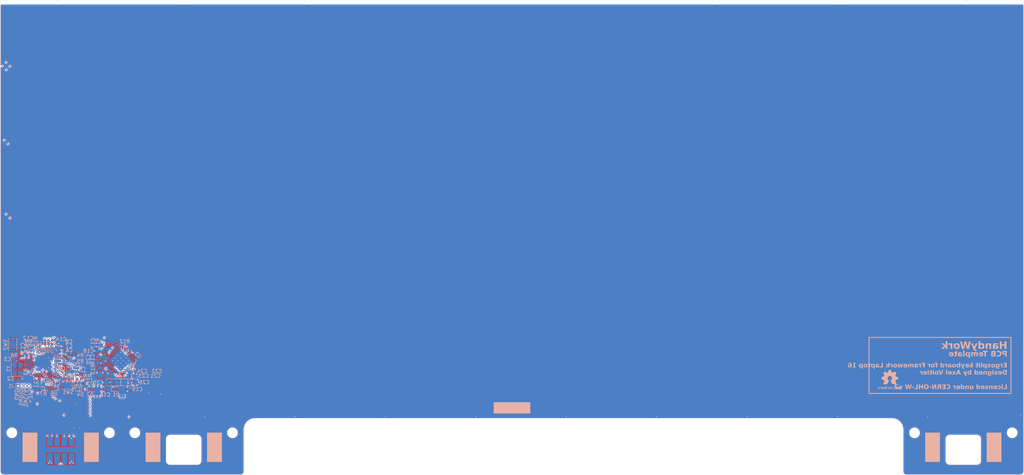
<source format=kicad_pcb>
(kicad_pcb (version 20241229) (generator "pcbnew") (generator_version "9.0")
  (title_block (title "HandyWork - PCB Template") (date "2026-03-01") (rev "1.0") (company "Axel Voitier") (comment 1 "HandyWork - PCB Template") (comment 2 "CERN Open Hardware Licence Version 2 - Weakly Reciprocal") (comment 3 "Alidron"))
  (layers (0 "F.Cu" signal) (4 "In1.Cu" signal) (6 "In2.Cu" signal) (2 "B.Cu" power) (13 "F.Paste" user) (15 "B.Paste" user) (5 "F.SilkS" user "F.Silkscreen") (7 "B.SilkS" user "B.Silkscreen") (1 "F.Mask" user) (3 "B.Mask" user) (25 "Edge.Cuts" user))
  (net 0 "")
  (net 1 "+3V3")
  (net 2 "GND")
  (net 3 "Net-(C2-Pad2)")
  (net 4 "Net-(U1-XIN)")
  (net 5 "+1V1")
  (net 6 "+5V")
  (net 7 "/LED_EN")
  (net 8 "/USB_DP")
  (net 9 "/~{SLEEP}")
  (net 10 "Net-(J2-Pin_4)")
  (net 11 "Net-(U1-~{QSPI_SS})")
  (net 12 "Net-(R2-Pad1)")
  (net 13 "Net-(U1-XOUT)")
  (net 14 "Net-(U1-RUN)")
  (net 15 "/I^{2}C_SDA")
  (net 16 "/I^{2}C_SCL")
  (net 17 "/LED_INT")
  (net 18 "Net-(U3-IICRST)")
  (net 19 "Net-(U3-RSET)")
  (net 20 "/COL7")
  (net 21 "/COL3")
  (net 22 "/ROW3")
  (net 23 "/ROW5")
  (net 24 "/COL6")
  (net 25 "/COL13")
  (net 26 "/CAPS_LOCK")
  (net 27 "/COL5")
  (net 28 "/COL1")
  (net 29 "/COL10")
  (net 30 "/COL4")
  (net 31 "Net-(U1-QSPI_SD1)")
  (net 32 "Net-(U1-QSPI_SD0)")
  (net 33 "/ROW1")
  (net 34 "/COL12")
  (net 35 "Net-(U1-QSPI_SCLK)")
  (net 36 "/MUX_A")
  (net 37 "Net-(U1-QSPI_SD3)")
  (net 38 "/COL11")
  (net 39 "/COL8")
  (net 40 "/ROW2")
  (net 41 "Net-(U1-QSPI_SD2)")
  (net 42 "/COL9")
  (net 43 "/BOOT_DONE")
  (net 44 "/MUX_B")
  (net 45 "/COL2")
  (net 46 "/ROW4")
  (net 47 "/MUX_C")
  (net 48 "/BCKL_PWM")
  (net 49 "/MUX_EN")
  (net 51 "/LED_COL10")
  (net 52 "/LED_COL13")
  (net 53 "/LED_COL4")
  (net 55 "/LED_COL7")
  (net 58 "/LED_COL6")
  (net 59 "/LED_COL9")
  (net 61 "/LED_COL1")
  (net 64 "/LED_COL5")
  (net 67 "/LED_COL12")
  (net 68 "/LED_COL8")
  (net 70 "/LED_COL2")
  (net 72 "/LED_COL11")
  (net 75 "/LED_COL3")
  (net 76 "/USB_D-")
  (net 77 "/USB_D+")
  (net 78 "/USB_DN")
  (net 79 "/SWDIO")
  (net 80 "/SWCLK")
  (net 81 "/LED_ROW2")
  (net 82 "/LED_ROW5")
  (net 83 "/LED_ROW4")
  (net 84 "/LED_ROW1")
  (net 85 "/LED_ROW3")
  (footprint "Framework:A1 Board PCB" (layer "F.Cu") (at 148.5 95)
    (property "Reference" "J2" (hide yes))
    (property "Value" "Conn_02x04_Odd_Even" (hide yes))
    (fp_line (start -141.58 -55.9) (end -141.58 73.6) (stroke (width 0.05)) (layer "Edge.Cuts"))
    (fp_line (start -140.58 -56.9) (end -126.22 -56.9) (stroke (width 0.05)) (layer "Edge.Cuts"))
    (fp_line (start -140.58 74.6) (end -75.05 74.6) (stroke (width 0.05)) (layer "Edge.Cuts"))
    (fp_line (start -125.22 -55.9) (end -124.085 -55.9) (stroke (width 0.05)) (layer "Edge.Cuts"))
    (fp_line (start -123.085 -56.9) (end -92.225 -56.9) (stroke (width 0.05)) (layer "Edge.Cuts"))
    (fp_line (start -95.55 70.6) (end -95.55 64.6) (stroke (width 0.05)) (layer "Edge.Cuts"))
    (fp_line (start -94.55 63.6) (end -87.05 63.6) (stroke (width 0.05)) (layer "Edge.Cuts"))
    (fp_line (start -91.225 -55.9) (end -90.09 -55.9) (stroke (width 0.05)) (layer "Edge.Cuts"))
    (fp_line (start -89.090001 -56.9) (end -58.230001 -56.9) (stroke (width 0.05)) (layer "Edge.Cuts"))
    (fp_line (start -87.05 71.6) (end -94.55 71.6) (stroke (width 0.05)) (layer "Edge.Cuts"))
    (fp_line (start -86.05 64.6) (end -86.05 70.6) (stroke (width 0.05)) (layer "Edge.Cuts"))
    (fp_line (start -74.05 73.6) (end -74.05 62) (stroke (width 0.05)) (layer "Edge.Cuts"))
    (fp_line (start -71.05 59) (end 105.08 59) (stroke (width 0.05)) (layer "Edge.Cuts"))
    (fp_line (start -57.230001 -55.9) (end -56.095 -55.9) (stroke (width 0.05)) (layer "Edge.Cuts"))
    (fp_line (start -55.095 -56.9) (end 55.095 -56.9) (stroke (width 0.05)) (layer "Edge.Cuts"))
    (fp_line (start 56.095 -55.9) (end 57.23 -55.9) (stroke (width 0.05)) (layer "Edge.Cuts"))
    (fp_line (start 58.23 -56.9) (end 89.09 -56.9) (stroke (width 0.05)) (layer "Edge.Cuts"))
    (fp_line (start 90.09 -55.9) (end 91.225 -55.9) (stroke (width 0.05)) (layer "Edge.Cuts"))
    (fp_line (start 92.225 -56.9) (end 123.085 -56.9) (stroke (width 0.05)) (layer "Edge.Cuts"))
    (fp_line (start 108.08 62) (end 108.08 73.6) (stroke (width 0.05)) (layer "Edge.Cuts"))
    (fp_line (start 109.08 74.6) (end 140.58 74.6) (stroke (width 0.05)) (layer "Edge.Cuts"))
    (fp_line (start 120.08 70.6) (end 120.08 64.6) (stroke (width 0.05)) (layer "Edge.Cuts"))
    (fp_line (start 121.08 63.6) (end 128.58 63.6) (stroke (width 0.05)) (layer "Edge.Cuts"))
    (fp_line (start 124.085 -55.9) (end 125.22 -55.9) (stroke (width 0.05)) (layer "Edge.Cuts"))
    (fp_line (start 126.22 -56.9) (end 140.580001 -56.9) (stroke (width 0.05)) (layer "Edge.Cuts"))
    (fp_line (start 128.58 71.6) (end 121.08 71.6) (stroke (width 0.05)) (layer "Edge.Cuts"))
    (fp_line (start 129.58 64.6) (end 129.58 70.6) (stroke (width 0.05)) (layer "Edge.Cuts"))
    (fp_line (start 141.58 73.6) (end 141.58 -55.9) (stroke (width 0.05)) (layer "Edge.Cuts"))
    (fp_arc (start -141.58 -55.9) (mid -141.287106 -56.607107) (end -140.579998 -56.9) (stroke (width 0.05)) (layer "Edge.Cuts"))
    (fp_arc (start -140.58 74.6) (mid -141.287107 74.307107) (end -141.58 73.6) (stroke (width 0.05)) (layer "Edge.Cuts"))
    (fp_arc (start -126.22 -56.9) (mid -125.512893 -56.607106) (end -125.22 -55.899998) (stroke (width 0.05)) (layer "Edge.Cuts"))
    (fp_arc (start -124.085 -55.9) (mid -123.792107 -56.607107) (end -123.085 -56.9) (stroke (width 0.05)) (layer "Edge.Cuts"))
    (fp_arc (start -95.55 64.6) (mid -95.257107 63.892893) (end -94.55 63.6) (stroke (width 0.05)) (layer "Edge.Cuts"))
    (fp_arc (start -94.55 71.6) (mid -95.257107 71.307107) (end -95.55 70.6) (stroke (width 0.05)) (layer "Edge.Cuts"))
    (fp_arc (start -92.225 -56.9) (mid -91.517893 -56.607107) (end -91.225 -55.9) (stroke (width 0.05)) (layer "Edge.Cuts"))
    (fp_arc (start -90.09 -55.9) (mid -89.797107 -56.607107) (end -89.09 -56.9) (stroke (width 0.05)) (layer "Edge.Cuts"))
    (fp_arc (start -87.05 63.6) (mid -86.342893 63.892893) (end -86.05 64.6) (stroke (width 0.05)) (layer "Edge.Cuts"))
    (fp_arc (start -86.05 70.6) (mid -86.342893 71.307107) (end -87.05 71.6) (stroke (width 0.05)) (layer "Edge.Cuts"))
    (fp_arc (start -74.05 62) (mid -73.17132 59.878679) (end -71.049999 58.999999) (stroke (width 0.05)) (layer "Edge.Cuts"))
    (fp_arc (start -74.05 73.6) (mid -74.342893 74.307107) (end -75.05 74.6) (stroke (width 0.05)) (layer "Edge.Cuts"))
    (fp_arc (start -58.230001 -56.9) (mid -57.522894 -56.607107) (end -57.230001 -55.9) (stroke (width 0.05)) (layer "Edge.Cuts"))
    (fp_arc (start -56.095 -55.9) (mid -55.802107 -56.607107) (end -55.095 -56.9) (stroke (width 0.05)) (layer "Edge.Cuts"))
    (fp_arc (start 55.095 -56.9) (mid 55.802107 -56.607107) (end 56.095 -55.9) (stroke (width 0.05)) (layer "Edge.Cuts"))
    (fp_arc (start 57.23 -55.9) (mid 57.522893 -56.607107) (end 58.23 -56.9) (stroke (width 0.05)) (layer "Edge.Cuts"))
    (fp_arc (start 89.09 -56.9) (mid 89.797107 -56.607107) (end 90.09 -55.9) (stroke (width 0.05)) (layer "Edge.Cuts"))
    (fp_arc (start 91.225 -55.9) (mid 91.517893 -56.607107) (end 92.225 -56.9) (stroke (width 0.05)) (layer "Edge.Cuts"))
    (fp_arc (start 105.08 59) (mid 107.20132 59.87868) (end 108.08 62) (stroke (width 0.05)) (layer "Edge.Cuts"))
    (fp_arc (start 109.08 74.6) (mid 108.372893 74.307107) (end 108.08 73.6) (stroke (width 0.05)) (layer "Edge.Cuts"))
    (fp_arc (start 120.08 64.6) (mid 120.372893 63.892893) (end 121.08 63.6) (stroke (width 0.05)) (layer "Edge.Cuts"))
    (fp_arc (start 121.08 71.6) (mid 120.372893 71.307107) (end 120.08 70.6) (stroke (width 0.05)) (layer "Edge.Cuts"))
    (fp_arc (start 123.085 -56.9) (mid 123.792107 -56.607107) (end 124.085 -55.9) (stroke (width 0.05)) (layer "Edge.Cuts"))
    (fp_arc (start 125.22 -55.9) (mid 125.512893 -56.607107) (end 126.22 -56.9) (stroke (width 0.05)) (layer "Edge.Cuts"))
    (fp_arc (start 128.58 63.6) (mid 129.287107 63.892893) (end 129.58 64.6) (stroke (width 0.05)) (layer "Edge.Cuts"))
    (fp_arc (start 129.58 70.6) (mid 129.287107 71.307107) (end 128.58 71.6) (stroke (width 0.05)) (layer "Edge.Cuts"))
    (fp_arc (start 140.580001 -56.9) (mid 141.287108 -56.607107) (end 141.580001 -55.9) (stroke (width 0.05)) (layer "Edge.Cuts"))
    (fp_arc (start 141.58 73.6) (mid 141.287107 74.307107) (end 140.58 74.6) (stroke (width 0.05)) (layer "Edge.Cuts"))
  )
  (footprint "Resistor_SMD:R_0402_1005Metric" (layer "B.Cu") (at 19.3 132.8375 90)
    (property "Reference" "R8")
    (property "Value" "2k")
  )
  (footprint "Capacitor_SMD:C_0402_1005Metric" (layer "B.Cu") (at 36.8 140.924999 180)
    (property "Reference" "C24")
    (property "Value" "100n")
  )
  (footprint "Resistor_SMD:R_0402_1005Metric" (layer "B.Cu") (at 21.3 132.8375 90)
    (property "Reference" "R10")
    (property "Value" "100k")
  )
  (footprint "Capacitor_SMD:C_0603_1608Metric" (layer "B.Cu") (at 41.8 145.824999)
    (property "Reference" "C15")
    (property "Value" "10u")
  )
  (footprint "Package_DFN_QFN:QFN-56-1EP_7x7mm_P0.4mm_EP3.2x3.2mm_ThermalVias" (layer "B.Cu") (at 18.9 138.4375 90)
    (property "Reference" "U1")
    (property "Value" "RP2040")
  )
  (footprint "Capacitor_SMD:C_0603_1608Metric" (layer "B.Cu") (at 43.5 142.124999)
    (property "Reference" "C21")
    (property "Value" "470n")
  )
  (footprint "Resistor_SMD:R_0402_1005Metric" (layer "B.Cu") (at 39 133.224999 -135)
    (property "Reference" "R12")
    (property "Value" "100k")
  )
  (footprint "Capacitor_SMD:C_0402_1005Metric" (layer "B.Cu") (at 24 138.9375)
    (property "Reference" "C4")
    (property "Value" "100n")
  )
  (footprint "Capacitor_SMD:C_0402_1005Metric" (layer "B.Cu") (at 24 135.4375)
    (property "Reference" "C7")
    (property "Value" "1u")
  )
  (footprint "Capacitor_SMD:C_0402_1005Metric" (layer "B.Cu") (at 43.8 140.924999)
    (property "Reference" "C22")
    (property "Value" "100n")
  )
  (footprint "Connector_PinHeader_1.00mm:PinHeader_1x04_P1.00mm_Vertical" (layer "B.Cu") (at 14.9 144.925 90)
    (property "Reference" "J1")
    (property "Value" "Conn_01x04")
  )
  (footprint "Capacitor_SMD:C_0402_1005Metric" (layer "B.Cu") (at 11.7 142.925 180)
    (property "Reference" "C2")
    (property "Value" "15p")
  )
  (footprint "Capacitor_SMD:C_0402_1005Metric" (layer "B.Cu") (at 11.7 137.525 180)
    (property "Reference" "C3")
    (property "Value" "15p")
  )
  (footprint "Capacitor_SMD:C_0402_1005Metric" (layer "B.Cu") (at 17.9 133.3375 90)
    (property "Reference" "C12")
    (property "Value" "100n")
  )
  (footprint "Resistor_SMD:R_0402_1005Metric" (layer "B.Cu") (at 14 139.025 90)
    (property "Reference" "R3")
    (property "Value" "1k")
  )
  (footprint "Capacitor_SMD:C_0402_1005Metric" (layer "B.Cu") (at 24 134.4375)
    (property "Reference" "C8")
    (property "Value" "100n")
  )
  (footprint "Resistor_SMD:R_0603_1608Metric" (layer "B.Cu") (at 26.5 138.0375 180)
    (property "Reference" "R5")
    (property "Value" "27.4")
  )
  (footprint "Diode_SMD:D_SOD-523" (layer "B.Cu") (at 32.3 145.825)
    (property "Reference" "D2")
    (property "Value" "TVS")
  )
  (footprint "Capacitor_SMD:C_0603_1608Metric" (layer "B.Cu") (at 35.1 145.825)
    (property "Reference" "C16")
    (property "Value" "10u")
  )
  (footprint "Capacitor_SMD:C_0402_1005Metric" (layer "B.Cu") (at 28.35 140.4875 -90)
    (property "Reference" "C1")
    (property "Value" "100n")
  )
  (footprint "Resistor_SMD:R_0402_1005Metric" (layer "B.Cu") (at 29.35 142.4375 90)
    (property "Reference" "R1")
    (property "Value" "10k")
  )
  (footprint "Capacitor_SMD:C_0603_1608Metric" (layer "B.Cu") (at 37.1 142.124999 180)
    (property "Reference" "C23")
    (property "Value" "470n")
  )
  (footprint "Symbol:OSHW-Logo2_7.3x6mm_SilkScreen" (layer "B.Cu") (at 253 143.25 180)
    (property "Reference" "REF**" (hide yes))
    (property "Value" "OSHW-Logo2_7.3x6mm_SilkScreen" (hide yes))
  )
  (footprint "Resistor_SMD:R_0402_1005Metric" (layer "B.Cu") (at 20.3 132.8375 90)
    (property "Reference" "R9")
    (property "Value" "2k")
  )
  (footprint "Resistor_SMD:R_0603_1608Metric" (layer "B.Cu") (at 18.9 145.5875)
    (property "Reference" "R7")
    (property "Value" "330k")
  )
  (footprint "Capacitor_SMD:C_0603_1608Metric" (layer "B.Cu") (at 33.9 137.624999 -90)
    (property "Reference" "C20")
    (property "Value" "470n")
  )
  (footprint "Capacitor_Tantalum_SMD:CP_EIA-3216-18_Kemet-A_HandSolder" (layer "B.Cu") (at 37.8 143.924999 180)
    (property "Reference" "C25")
    (property "Value" "10u")
  )
  (footprint "Resistor_SMD:R_0603_1608Metric" (layer "B.Cu") (at 26.5 136.4375 180)
    (property "Reference" "R4")
    (property "Value" "27.4")
  )
  (footprint "Resistor_SMD:R_0805_2012Metric_Pad1.20x1.40mm_HandSolder" (layer "B.Cu") (at 34.5 141.024999 90)
    (property "Reference" "R13")
    (property "Value" "22k")
  )
  (footprint "Package_SON:Winbond_USON-8-1EP_3x2mm_P0.5mm_EP0.2x1.6mm" (layer "B.Cu") (at 26.5 141.2375 90)
    (property "Reference" "U2")
    (property "Value" "W25Q16JV")
  )
  (footprint "Capacitor_SMD:C_0402_1005Metric" (layer "B.Cu") (at 24 136.4375)
    (property "Reference" "C6")
    (property "Value" "1u")
  )
  (footprint "Resistor_SMD:R_0402_1005Metric" (layer "B.Cu") (at 37.45 133.324999 -90)
    (property "Reference" "R11")
    (property "Value" "100k")
  )
  (footprint "Diode_SMD:D_SOD-523" (layer "B.Cu") (at 39 145.825)
    (property "Reference" "D1")
    (property "Value" "TVS")
  )
  (footprint "Diode_SMD:D_SOD-523" (layer "B.Cu") (at 29.6 144.225)
    (property "Reference" "D3")
    (property "Value" "TVS")
  )
  (footprint "Capacitor_SMD:C_0402_1005Metric" (layer "B.Cu") (at 14.2 136.825 90)
    (property "Reference" "C5")
    (property "Value" "100n")
  )
  (footprint "Button_Switch_SMD:SW_SPST_CK_KXT3" (layer "B.Cu") (at 25.6 144.6875)
    (property "Reference" "SW1")
    (property "Value" "KXT3")
  )
  (footprint "Resistor_SMD:R_0402_1005Metric" (layer "B.Cu") (at 28.35 142.4375 90)
    (property "Reference" "R2")
    (property "Value" "1k")
  )
  (footprint "Capacitor_SMD:C_0402_1005Metric" (layer "B.Cu") (at 22.5 133.6375 90)
    (property "Reference" "C14")
    (property "Value" "100n")
  )
  (footprint "Capacitor_SMD:C_0402_1005Metric" (layer "B.Cu") (at 13.2 137.125 90)
    (property "Reference" "C13")
    (property "Value" "100n")
  )
  (footprint "Capacitor_SMD:C_0402_1005Metric" (layer "B.Cu") (at 36.4 133.324999 90)
    (property "Reference" "C17")
    (property "Value" "100n")
  )
  (footprint "Package_DFN_QFN:QFN-48-1EP_6x6mm_P0.4mm_EP4.2x4.2mm_ThermalVias" (layer "B.Cu") (at 40.3 137.924999 -135)
    (property "Reference" "U3")
    (property "Value" "IS31FL3733B-QF")
  )
  (footprint "Capacitor_SMD:C_0402_1005Metric" (layer "B.Cu") (at 24 138.025)
    (property "Reference" "C9")
    (property "Value" "100n")
  )
  (footprint "Crystal:Crystal_SMD_Abracon_ABM8AIG-4Pin_3.2x2.5mm" (layer "B.Cu") (at 11.7 140.225 90)
    (property "Reference" "Y1")
    (property "Value" "12.000 MHz")
  )
  (footprint "Capacitor_Tantalum_SMD:CP_EIA-3216-18_Kemet-A_HandSolder" (layer "B.Cu") (at 42.8 143.924999)
    (property "Reference" "C26")
    (property "Value" "10u")
  )
  (footprint "Resistor_SMD:R_0402_1005Metric" (layer "B.Cu") (at 12.2 136.025 -90)
    (property "Reference" "R6")
    (property "Value" "1k")
  )
  (footprint "Diode_SMD:D_SOD-523" (layer "B.Cu") (at 29.1 145.825)
    (property "Reference" "D4")
    (property "Value" "TVS")
  )
  (footprint "Button_Switch_SMD:SW_SPST_CK_KXT3" (layer "B.Cu") (at 10.4 133.525 -90)
    (property "Reference" "SW2")
    (property "Value" "KXT3")
  )
  (footprint "Diode_SMD:D_SOD-523" (layer "B.Cu") (at 21.8 145.5875 180)
    (property "Reference" "D5")
    (property "Value" "TVS")
  )
  (footprint "Capacitor_SMD:C_0402_1005Metric" (layer "B.Cu") (at 17.9 143.5375 -90)
    (property "Reference" "C11")
    (property "Value" "100n")
  )
  (footprint "Capacitor_SMD:C_0402_1005Metric" (layer "B.Cu") (at 22.8 142.7375)
    (property "Reference" "C10")
    (property "Value" "100n")
  )
  (footprint "Capacitor_SMD:C_0402_1005Metric" (layer "B.Cu") (at 35.2 137.524999 -90)
    (property "Reference" "C19")
    (property "Value" "100n")
  )
  (footprint "Capacitor_SMD:C_0603_1608Metric" (layer "B.Cu") (at 34.65 135.224999 180)
    (property "Reference" "C18")
    (property "Value" "470n")
  )
  (gr_rect (start 247.25 131.5) (end 286.5 147) (stroke (width 0.25)) (fill no) (layer "B.SilkS"))
  (gr_text "Licensed under CERN-OHL-W v2" (at 285.5 146 0) (layer "B.SilkS") (effects (font (size 1.25 1.25) (thickness 0.25) (bold yes)) (justify left bottom mirror)))
  (gr_text "PCB Template" (at 285.5 137 0) (layer "B.SilkS") (effects (font (size 1.5 1.5) (thickness 0.3) (bold yes) (italic yes)) (justify left bottom mirror)))
  (gr_text "HandyWork" (at 285.5 135 0) (layer "B.SilkS") (effects (font (size 2 2) (thickness 0.4) (bold yes)) (justify left bottom mirror)))
  (gr_text "Ergosplit keyboard for Framework Laptop 16" (at 285.5 140 0) (layer "B.SilkS") (effects (font (size 1.25 1.25) (thickness 0.25) (bold yes)) (justify left bottom mirror)))
  (gr_text "Designed by Axel Voitier" (at 285.5 142 0) (layer "B.SilkS") (effects (font (size 1.25 1.25) (thickness 0.25) (bold yes)) (justify left bottom mirror)))
  (via (at 29.8 143.324999) (size 0.4) (drill 0.2) (layers "F.Cu" "B.Cu") (net 1))
  (via (at 26.67 159.4) (size 0.6) (drill 0.3) (layers "F.Cu" "B.Cu") (net 1))
  (via (at 33 147.65) (size 0.6) (drill 0.3) (layers "F.Cu" "B.Cu") (net 1))
  (via (at 22.3 143.2875) (size 0.6) (drill 0.3) (layers "F.Cu" "B.Cu") (net 1))
  (via (at 23.801663 138.245207) (size 0.4) (drill 0.2) (layers "F.Cu" "B.Cu") (net 1))
  (via (at 18.425 143.1375) (size 0.6) (drill 0.3) (layers "F.Cu" "B.Cu") (net 1))
  (via (at 27.17 158.9) (size 0.6) (drill 0.3) (layers "F.Cu" "B.Cu") (net 1))
  (via (at 34.8 146.525) (size 0.6) (drill 0.3) (layers "F.Cu" "B.Cu") (net 1))
  (via (at 23.6 134.9375) (size 0.4) (drill 0.2) (layers "F.Cu" "B.Cu") (net 1))
  (via (at 33.9 145.125) (size 0.6) (drill 0.3) (layers "F.Cu" "B.Cu") (net 1))
  (via (at 12.895277 137.257589) (size 0.4) (drill 0.2) (layers "F.Cu" "B.Cu") (net 1))
  (via (at 34.5 147.65) (size 0.6) (drill 0.3) (layers "F.Cu" "B.Cu") (net 1))
  (via (at 21.3 131.8375) (size 0.6) (drill 0.3) (layers "F.Cu" "B.Cu") (net 1))
  (via (at 33 145.125) (size 0.6) (drill 0.3) (layers "F.Cu" "B.Cu") (net 1))
  (via (at 18.3 133.8) (size 0.4) (drill 0.2) (layers "F.Cu" "B.Cu") (net 1))
  (via (at 33.75 147.65) (size 0.6) (drill 0.3) (layers "F.Cu" "B.Cu") (net 1))
  (via (at 26.17 158.9) (size 0.6) (drill 0.3) (layers "F.Cu" "B.Cu") (net 1))
  (via (at 34.8 145.125) (size 0.6) (drill 0.3) (layers "F.Cu" "B.Cu") (net 1))
  (via (at 35.05 134.6875) (size 0.6) (drill 0.3) (layers "F.Cu" "B.Cu") (net 1))
  (via (at 19.3 131.8375) (size 0.6) (drill 0.3) (layers "F.Cu" "B.Cu") (net 1))
  (via (at 23.05 134.15) (size 0.4) (drill 0.2) (layers "F.Cu" "B.Cu") (net 1))
  (via (at 28.9 139.9875) (size 0.6) (drill 0.3) (layers "F.Cu" "B.Cu") (net 1))
  (via (at 23.6 134.0375) (size 0.4) (drill 0.2) (layers "F.Cu" "B.Cu") (net 1))
  (via (at 20.3 131.8375) (size 0.6) (drill 0.3) (layers "F.Cu" "B.Cu") (net 1))
  (segment (start 14.8125 138.2375) (end 14.5 137.925) (width 0.2) (layer "B.Cu") (net 1))
  (segment (start 23.581456 138.025) (end 23.801663 138.245207) (width 0.2) (layer "B.Cu") (net 1))
  (segment (start 35.620102 135.224999) (end 35.425 135.224999) (width 0.2) (layer "B.Cu") (net 1))
  (segment (start 15.4625 138.2375) (end 14.8125 138.2375) (width 0.2) (layer "B.Cu") (net 1))
  (segment (start 23.52 134.8575) (end 23.6 134.9375) (width 0.2) (layer "B.Cu") (net 1))
  (segment (start 18.42 143.0575) (end 18.5 143.1375) (width 0.2) (layer "B.Cu") (net 1))
  (segment (start 26.67 160.1) (end 26.67 159.4) (width 0.5) (layer "B.Cu") (net 1))
  (segment (start 19.3 132.3275) (end 19.3 131.8375) (width 0.2) (layer "B.Cu") (net 1))
  (segment (start 20.3 132.3275) (end 20.3 131.8375) (width 0.2) (layer "B.Cu") (net 1))
  (segment (start 18.2825 133.8175) (end 18.3 133.8) (width 0.2) (layer "B.Cu") (net 1))
  (segment (start 37.224086 136.828983) (end 35.620102 135.224999) (width 0.2) (layer "B.Cu") (net 1))
  (segment (start 21.5 142.4375) (end 21.5 141.875) (width 0.2) (layer "B.Cu") (net 1))
  (segment (start 17.9 141.875) (end 17.9 143.0575) (width 0.2) (layer "B.Cu") (net 1))
  (segment (start 22.32 142.7375) (end 22.32 143.2675) (width 0.2) (layer "B.Cu") (net 1))
  (segment (start 29.422501 142.9475) (end 29.8 143.324999) (width 0.2) (layer "B.Cu") (net 1))
  (segment (start 14.5 137.925) (end 13.52 137.925) (width 0.2) (layer "B.Cu") (net 1))
  (segment (start 22.32 142.7375) (end 21.8 142.7375) (width 0.2) (layer "B.Cu") (net 1))
  (segment (start 35.4 135.199999) (end 35.425 135.224999) (width 0.5) (layer "B.Cu") (net 1))
  (segment (start 12.895277 137.230277) (end 12.2 136.535) (width 0.2) (layer "B.Cu") (net 1))
  (segment (start 17.9 143.0575) (end 18.42 143.0575) (width 0.2) (layer "B.Cu") (net 1))
  (segment (start 17.9 135) (end 17.9 133.8175) (width 0.2) (layer "B.Cu") (net 1))
  (segment (start 17.9 133.8175) (end 18.2825 133.8175) (width 0.2) (layer "B.Cu") (net 1))
  (segment (start 23.52 138.025) (end 23.581456 138.025) (width 0.2) (layer "B.Cu") (net 1))
  (segment (start 35.425 135.0625) (end 35.05 134.6875) (width 0.2) (layer "B.Cu") (net 1))
  (segment (start 13.2 137.605) (end 13.2 137.562312) (width 0.2) (layer "B.Cu") (net 1))
  (segment (start 22.32 143.2675) (end 22.3 143.2875) (width 0.2) (layer "B.Cu") (net 1))
  (segment (start 12.895277 137.257589) (end 12.895277 137.230277) (width 0.2) (layer "B.Cu") (net 1))
  (segment (start 26.67 159.4) (end 27.17 158.9) (width 0.5) (layer "B.Cu") (net 1))
  (segment (start 23.52 134.1175) (end 23.6 134.0375) (width 0.2) (layer "B.Cu") (net 1))
  (segment (start 13.2 137.562312) (end 12.895277 137.257589) (width 0.2) (layer "B.Cu") (net 1))
  (segment (start 26.67 159.4) (end 26.17 158.9) (width 0.5) (layer "B.Cu") (net 1))
  (segment (start 35.425 135.224999) (end 35.425 135.0625) (width 0.2) (layer "B.Cu") (net 1))
  (segment (start 13.52 137.925) (end 13.2 137.605) (width 0.2) (layer "B.Cu") (net 1))
  (segment (start 29.35 142.9475) (end 29.422501 142.9475) (width 0.2) (layer "B.Cu") (net 1))
  (segment (start 21.8 142.7375) (end 21.5 142.4375) (width 0.2) (layer "B.Cu") (net 1))
  (segment (start 23.52 134.4375) (end 23.52 134.1175) (width 0.2) (layer "B.Cu") (net 1))
  (segment (start 21.3 132.3275) (end 21.3 131.8375) (width 0.2) (layer "B.Cu") (net 1))
  (segment (start 23.52 134.4375) (end 23.52 134.8575) (width 0.2) (layer "B.Cu") (net 1))
  (via (at 43.930295 141.452983) (size 0.6) (drill 0.3) (layers "F.Cu" "B.Cu") (net 2))
  (via (at 35.8 136.270323) (size 0.4) (drill 0.2) (layers "F.Cu" "B.Cu") (net 2))
  (via (at 27.15 166.2875) (size 0.6) (drill 0.3) (layers "F.Cu" "B.Cu") (net 2))
  (via (at 35.3 143.924999) (size 0.6) (drill 0.3) (layers "F.Cu" "B.Cu") (net 2))
  (via (at 36.654039 141.42968) (size 0.6) (drill 0.3) (layers "F.Cu" "B.Cu") (net 2))
  (via (at 213.5 153.5) (size 0.4) (drill 0.2) (layers "F.Cu" "B.Cu") (net 2))
  (via (at 28.9 156.6) (size 0.4) (drill 0.2) (layers "F.Cu" "B.Cu") (net 2))
  (via (at 27.4 156.6) (size 0.4) (drill 0.2) (layers "F.Cu" "B.Cu") (net 2))
  (via (at 13.45 144.2875) (size 0.4) (drill 0.2) (layers "F.Cu" "B.Cu") (net 2))
  (via (at 33.7 141.324999) (size 0.6) (drill 0.3) (layers "F.Cu" "B.Cu") (net 2))
  (via (at 26.2 166.2875) (size 0.6) (drill 0.3) (layers "F.Cu" "B.Cu") (net 2))
  (via (at 22.3 132.4) (size 0.4) (drill 0.2) (layers "F.Cu" "B.Cu") (net 2))
  (via (at 31.6 145.025) (size 0.6) (drill 0.3) (layers "F.Cu" "B.Cu") (net 2))
  (via (at 20.67 165.8075) (size 0.6) (drill 0.3) (layers "F.Cu" "B.Cu") (net 2))
  (via (at 24.2 134.9375) (size 0.4) (drill 0.2) (layers "F.Cu" "B.Cu") (net 2))
  (via (at 13.75 146.074999) (size 0.6) (drill 0.3) (layers "F.Cu" "B.Cu") (net 2))
  (via (at 18.425 143.9375) (size 0.6) (drill 0.3) (layers "F.Cu" "B.Cu") (net 2))
  (via (at 138.5 153.5) (size 0.4) (drill 0.2) (layers "F.Cu" "B.Cu") (net 2))
  (via (at 13.7 136.5125) (size 0.5) (drill 0.25) (layers "F.Cu" "B.Cu") (net 2))
  (via (at 45.2 143.924999) (size 0.6) (drill 0.3) (layers "F.Cu" "B.Cu") (net 2))
  (via (at 263.5 153.5) (size 0.4) (drill 0.2) (layers "F.Cu" "B.Cu") (net 2))
  (via (at 28.9 140.7375) (size 0.6) (drill 0.3) (layers "F.Cu" "B.Cu") (net 2))
  (via (at 18.3 132.9) (size 0.4) (drill 0.2) (layers "F.Cu" "B.Cu") (net 2))
  (via (at 43.3 143.924999) (size 0.6) (drill 0.3) (layers "F.Cu" "B.Cu") (net 2))
  (via (at 24.35 135.9375) (size 0.4) (drill 0.2) (layers "F.Cu" "B.Cu") (net 2))
  (via (at 188.5 153.5) (size 0.4) (drill 0.2) (layers "F.Cu" "B.Cu") (net 2))
  (via (at 51.3 147.2) (size 0.4) (drill 0.2) (layers "F.Cu" "B.Cu") (net 2))
  (via (at 163.5 153.5) (size 0.4) (drill 0.2) (layers "F.Cu" "B.Cu") (net 2))
  (via (at 238.5 153.5) (size 0.4) (drill 0.2) (layers "F.Cu" "B.Cu") (net 2))
  (via (at 23.078476 133.15) (size 0.6) (drill 0.3) (layers "F.Cu" "B.Cu") (net 2))
  (via (at 289.2 153) (size 0.4) (drill 0.2) (layers "F.Cu" "B.Cu") (net 2))
  (via (at 38.2 145.224999) (size 0.6) (drill 0.3) (layers "F.Cu" "B.Cu") (net 2))
  (via (at 13.1 142.925) (size 0.6) (drill 0.3) (layers "F.Cu" "B.Cu") (net 2))
  (via (at 42.525736 134.850735) (size 0.4) (drill 0.2) (layers "F.Cu" "B.Cu") (net 2))
  (via (at 37.4 143.924999) (size 0.6) (drill 0.3) (layers "F.Cu" "B.Cu") (net 2))
  (via (at 48.1 146.9) (size 0.4) (drill 0.2) (layers "F.Cu" "B.Cu") (net 2))
  (via (at 23.3 143.2875) (size 0.6) (drill 0.3) (layers "F.Cu" "B.Cu") (net 2))
  (via (at 26 140.8) (size 0.4) (drill 0.2) (layers "F.Cu" "B.Cu") (net 2))
  (via (at 34.8 138.624999) (size 0.6) (drill 0.3) (layers "F.Cu" "B.Cu") (net 2))
  (via (at 37.2 147.9) (size 0.4) (drill 0.2) (layers "F.Cu" "B.Cu") (net 2))
  (via (at 33.1 135.2375) (size 0.6) (drill 0.3) (layers "F.Cu" "B.Cu") (net 2))
  (via (at 34.7 132.2) (size 0.4) (drill 0.2) (layers "F.Cu" "B.Cu") (net 2))
  (via (at 34.299997 134.6875) (size 0.6) (drill 0.3) (layers "F.Cu" "B.Cu") (net 2))
  (via (at 20.35 166.2875) (size 0.6) (drill 0.3) (layers "F.Cu" "B.Cu") (net 2))
  (via (at 19.2 148.8) (size 0.4) (drill 0.2) (layers "F.Cu" "B.Cu") (net 2))
  (via (at 26.67 165.8175) (size 0.6) (drill 0.3) (layers "F.Cu" "B.Cu") (net 2))
  (via (at 113.5 153.5) (size 0.4) (drill 0.2) (layers "F.Cu" "B.Cu") (net 2))
  (via (at 35.6 146.525) (size 0.6) (drill 0.3) (layers "F.Cu" "B.Cu") (net 2))
  (via (at 28 144.725) (size 0.6) (drill 0.3) (layers "F.Cu" "B.Cu") (net 2))
  (via (at 42.2 146.424999) (size 0.6) (drill 0.3) (layers "F.Cu" "B.Cu") (net 2))
  (via (at 24.2 134.0375) (size 0.4) (drill 0.2) (layers "F.Cu" "B.Cu") (net 2))
  (via (at 42.2 145.224999) (size 0.6) (drill 0.3) (layers "F.Cu" "B.Cu") (net 2))
  (via (at 35.6 145.125) (size 0.6) (drill 0.3) (layers "F.Cu" "B.Cu") (net 2))
  (via (at 44.35 140.324999) (size 0.6) (drill 0.3) (layers "F.Cu" "B.Cu") (net 2))
  (via (at 25.1 142.3375) (size 0.6) (drill 0.3) (layers "F.Cu" "B.Cu") (net 2))
  (via (at 28.1 149.8) (size 0.4) (drill 0.2) (layers "F.Cu" "B.Cu") (net 2))
  (via (at 63.5 153.5) (size 0.4) (drill 0.2) (layers "F.Cu" "B.Cu") (net 2))
  (via (at 88.5 153.5) (size 0.4) (drill 0.2) (layers "F.Cu" "B.Cu") (net 2))
  (via (at 24.3 138.4875) (size 0.4) (drill 0.2) (layers "F.Cu" "B.Cu") (net 2))
  (via (at 11.4 138.1) (size 0.4) (drill 0.2) (layers "F.Cu" "B.Cu") (net 2))
  (via (at 21.15 166.2875) (size 0.6) (drill 0.3) (layers "F.Cu" "B.Cu") (net 2))
  (via (at 35.3 141.324999) (size 0.6) (drill 0.3) (layers "F.Cu" "B.Cu") (net 2))
  (segment (start 26.67 165.1) (end 26.67 165.8175) (width 0.2) (layer "B.Cu") (net 2))
  (segment (start 41.975001 145.224999) (end 41.8 145.4) (width 0.2) (layer "B.Cu") (net 2))
  (segment (start 18.42 144.0175) (end 18.5 143.9375) (width 0.2) (layer "B.Cu") (net 2))
  (segment (start 12.18 141.645) (end 12.5 141.325) (width 0.2) (layer "B.Cu") (net 2))
  (segment (start 17.9 132.8575) (end 18.2575 132.8575) (width 0.2) (layer "B.Cu") (net 2))
  (segment (start 26.67 165.8175) (end 26.2 166.2875) (width 0.2) (layer "B.Cu") (net 2))
  (segment (start 24.48 135.9175) (end 24.5 135.9375) (width 0.2) (layer "B.Cu") (net 2))
  (segment (start 42.575 146.049999) (end 42.2 146.424999) (width 0.2) (layer "B.Cu") (net 2))
  (segment (start 35.911 139.613999) (end 35.6 139.924999) (width 0.2) (layer "B.Cu") (net 2))
  (segment (start 36.654039 141.42968) (end 36.32 141.095641) (width 0.5) (layer "B.Cu") (net 2))
  (segment (start 18.2575 132.8575) (end 18.3 132.9) (width 0.2) (layer "B.Cu") (net 2))
  (segment (start 37 141.724999) (end 37 142.124999) (width 0.5) (layer "B.Cu") (net 2))
  (segment (start 36.32 141.095641) (end 36.32 140.924999) (width 0.5) (layer "B.Cu") (net 2))
  (segment (start 38.3 145.825) (end 38.3 145.324999) (width 0.2) (layer "B.Cu") (net 2))
  (segment (start 34.8 138.624999) (end 34.8 138.924999) (width 0.2) (layer "B.Cu") (net 2))
  (segment (start 14.2 136.345) (end 13.5 136.345) (width 0.5) (layer "B.Cu") (net 2))
  (segment (start 36.36 143.924999) (end 37.4 143.924999) (width 0.2) (layer "B.Cu") (net 2))
  (segment (start 35.875 145.825) (end 35.875 145.4) (width 0.2) (layer "B.Cu") (net 2))
  (segment (start 36.631102 139.613999) (end 35.911 139.613999) (width 0.2) (layer "B.Cu") (net 2))
  (segment (start 42.575 145.824999) (end 42.575 146.049999) (width 0.2) (layer "B.Cu") (net 2))
  (segment (start 11.22 138.1) (end 11.4 138.1) (width 0.2) (layer "B.Cu") (net 2))
  (segment (start 35.875 145.825) (end 35.875 146.25) (width 0.2) (layer "B.Cu") (net 2))
  (segment (start 33.875 135.112497) (end 34.299997 134.6875) (width 0.2) (layer "B.Cu") (net 2))
  (segment (start 34.1 139.124999) (end 33.9 138.924999) (width 0.2) (layer "B.Cu") (net 2))
  (segment (start 35.875 146.25) (end 35.6 146.525) (width 0.2) (layer "B.Cu") (net 2))
  (segment (start 24.48 135.4375) (end 24.48 135.9175) (width 0.2) (layer "B.Cu") (net 2))
  (segment (start 44.28 141.103278) (end 44.28 140.924999) (width 0.5) (layer "B.Cu") (net 2))
  (segment (start 38.3 145.324999) (end 38.2 145.224999) (width 0.2) (layer "B.Cu") (net 2))
  (segment (start 22.92 133.1575) (end 22.5 133.1575) (width 0.2) (layer "B.Cu") (net 2))
  (segment (start 13.5 136.345) (end 13.2 136.645) (width 0.5) (layer "B.Cu") (net 2))
  (segment (start 24.655 138.7625) (end 26.125 138.7625) (width 0.15) (layer "B.Cu") (net 2))
  (segment (start 34.6 139.124999) (end 34.1 139.124999) (width 0.2) (layer "B.Cu") (net 2))
  (segment (start 11.22 138.1) (end 11.22 138.805) (width 0.2) (layer "B.Cu") (net 2))
  (segment (start 24.48 134.9175) (end 24.5 134.9375) (width 0.2) (layer "B.Cu") (net 2))
  (segment (start 22.9275 133.15) (end 22.92 133.1575) (width 0.2) (layer "B.Cu") (net 2))
  (segment (start 41.961701 135.41477) (end 42.525736 134.850735) (width 0.2) (layer "B.Cu") (net 2))
  (segment (start 44.24 143.924999) (end 43.2 143.924999) (width 0.2) (layer "B.Cu") (net 2))
  (segment (start 37.224086 139.021015) (end 36.631102 139.613999) (width 0.2) (layer "B.Cu") (net 2))
  (segment (start 20.67 165.1) (end 20.67 165.8075) (width 0.2) (layer "B.Cu") (net 2))
  (segment (start 35.875 145.4) (end 35.6 145.125) (width 0.2) (layer "B.Cu") (net 2))
  (segment (start 26.67 165.8075) (end 27.15 166.2875) (width 0.2) (layer "B.Cu") (net 2))
  (segment (start 35.3 141.324999) (end 34.6 142.024999) (width 0.6) (layer "B.Cu") (net 2))
  (segment (start 33.875 135.224999) (end 33.875 135.112497) (width 0.2) (layer "B.Cu") (net 2))
  (segment (start 24.48 134.4375) (end 24.48 134.9175) (width 0.2) (layer "B.Cu") (net 2))
  (segment (start 24.48 136.4375) (end 24.48 135.9575) (width 0.2) (layer "B.Cu") (net 2))
  (segment (start 20.67 165.9675) (end 20.35 166.2875) (width 0.2) (layer "B.Cu") (net 2))
  (segment (start 35.6 141.024999) (end 35.3 141.324999) (width 0.2) (layer "B.Cu") (net 2))
  (segment (start 25.425 142.6625) (end 25.1 142.3375) (width 0.2) (layer "B.Cu") (net 2))
  (segment (start 43.822016 141.452983) (end 43.55 141.724999) (width 0.2) (layer "B.Cu") (net 2))
  (segment (start 33.9 138.924999) (end 33.9 138.399999) (width 0.2) (layer "B.Cu") (net 2))
  (segment (start 36.325 142.124999) (end 36.325 143.889999) (width 0.9) (layer "B.Cu") (net 2))
  (segment (start 24.48 134.9575) (end 24.5 134.9375) (width 0.2) (layer "B.Cu") (net 2))
  (segment (start 42.575 145.824999) (end 42.575 145.599999) (width 0.2) (layer "B.Cu") (net 2))
  (segment (start 12.18 142.925) (end 12.18 141.645) (width 0.2) (layer "B.Cu") (net 2))
  (segment (start 11.22 137.525) (end 11.22 138.1) (width 0.2) (layer "B.Cu") (net 2))
  (segment (start 26.125 138.7625) (end 26.475 138.4125) (width 0.15) (layer "B.Cu") (net 2))
  (segment (start 23.078476 133.15) (end 22.9275 133.15) (width 0.2) (layer "B.Cu") (net 2))
  (segment (start 34.8 138.924999) (end 34.6 139.124999) (width 0.2) (layer "B.Cu") (net 2))
  (segment (start 43.930295 141.452983) (end 43.822016 141.452983) (width 0.2) (layer "B.Cu") (net 2))
  (segment (start 36.654039 141.42968) (end 36.704681 141.42968) (width 0.5) (layer "B.Cu") (net 2))
  (segment (start 24.48 135.4375) (end 24.48 134.9575) (width 0.2) (layer "B.Cu") (net 2))
  (segment (start 24.48 138.9375) (end 24.655 138.7625) (width 0.15) (layer "B.Cu") (net 2))
  (segment (start 34.4 142.024999) (end 34.5 142.024999) (width 0.6) (layer "B.Cu") (net 2))
  (segment (start 37 142.124999) (end 36.325 142.124999) (width 0.5) (layer "B.Cu") (net 2))
  (segment (start 23.28 142.7375) (end 23.28 143.2675) (width 0.2) (layer "B.Cu") (net 2))
  (segment (start 42.2 145.224999) (end 41.975001 145.224999) (width 0.2) (layer "B.Cu") (net 2))
  (segment (start 20.67 165.8075) (end 21.15 166.2875) (width 0.2) (layer "B.Cu") (net 2))
  (segment (start 34.6 142.024999) (end 34.5 142.024999) (width 0.6) (layer "B.Cu") (net 2))
  (segment (start 17.9 144.0175) (end 18.42 144.0175) (width 0.2) (layer "B.Cu") (net 2))
  (segment (start 35.2 138.004999) (end 34.8 138.404999) (width 0.2) (layer "B.Cu") (net 2))
  (segment (start 23.28 143.2675) (end 23.3 143.2875) (width 0.2) (layer "B.Cu") (net 2))
  (segment (start 34.8 138.404999) (end 34.8 138.624999) (width 0.2) (layer "B.Cu") (net 2))
  (segment (start 44.275 143.889999) (end 44.24 143.924999) (width 0.9) (layer "B.Cu") (net 2))
  (segment (start 36.704681 141.42968) (end 37 141.724999) (width 0.5) (layer "B.Cu") (net 2))
  (segment (start 33.7 141.324999) (end 34.4 142.024999) (width 0.6) (layer "B.Cu") (net 2))
  (segment (start 44.275 142.124999) (end 44.275 143.889999) (width 0.9) (layer "B.Cu") (net 2))
  (segment (start 42.024999 146.424999) (end 42.2 146.424999) (width 0.2) (layer "B.Cu") (net 2))
  (segment (start 25.75 142.6625) (end 25.425 142.6625) (width 0.2) (layer "B.Cu") (net 2))
  (segment (start 20.67 165.1) (end 20.67 165.9675) (width 0.2) (layer "B.Cu") (net 2))
  (segment (start 41.8 145.4) (end 41.8 146.2) (width 0.2) (layer "B.Cu") (net 2))
  (segment (start 31.6 145.825) (end 31.6 145.025) (width 0.2) (layer "B.Cu") (net 2))
  (segment (start 36.325 143.889999) (end 36.36 143.924999) (width 0.9) (layer "B.Cu") (net 2))
  (segment (start 41.8 146.2) (end 42.024999 146.424999) (width 0.2) (layer "B.Cu") (net 2))
  (segment (start 24.48 135.9575) (end 24.5 135.9375) (width 0.2) (layer "B.Cu") (net 2))
  (segment (start 42.575 145.599999) (end 42.2 145.224999) (width 0.2) (layer "B.Cu") (net 2))
  (segment (start 26.67 165.1) (end 26.67 165.8075) (width 0.2) (layer "B.Cu") (net 2))
  (segment (start 35.6 139.924999) (end 35.6 141.024999) (width 0.2) (layer "B.Cu") (net 2))
  (segment (start 11.22 138.805) (end 10.9 139.125) (width 0.2) (layer "B.Cu") (net 2))
  (segment (start 10.9 141.325) (end 11.22 141.645) (width 0.2) (layer "B.Cu") (net 3))
  (segment (start 11.4 140.225) (end 10.9 140.725) (width 0.2) (layer "B.Cu") (net 3))
  (segment (start 14 139.535) (end 14 139.93) (width 0.2) (layer "B.Cu") (net 3))
  (segment (start 10.9 140.725) (end 10.9 141.325) (width 0.2) (layer "B.Cu") (net 3))
  (segment (start 14 139.93) (end 13.705 140.225) (width 0.2) (layer "B.Cu") (net 3))
  (segment (start 13.705 140.225) (end 11.4 140.225) (width 0.2) (layer "B.Cu") (net 3))
  (segment (start 11.22 141.645) (end 11.22 142.925) (width 0.2) (layer "B.Cu") (net 3))
  (segment (start 12.5875 139.0375) (end 12.5 139.125) (width 0.15) (layer "B.Cu") (net 4))
  (segment (start 12.5 139.125) (end 12.18 138.805) (width 0.15) (layer "B.Cu") (net 4))
  (segment (start 15.4625 139.0375) (end 12.5875 139.0375) (width 0.15) (layer "B.Cu") (net 4))
  (segment (start 12.18 138.805) (end 12.18 137.525) (width 0.15) (layer "B.Cu") (net 4))
  (via (at 23.8 139.3375) (size 0.4) (drill 0.2) (layers "F.Cu" "B.Cu") (net 5))
  (via (at 23.8 136.0875) (size 0.4) (drill 0.2) (layers "F.Cu" "B.Cu") (net 5))
  (via (at 13.8 137.125) (size 0.4) (drill 0.2) (layers "F.Cu" "B.Cu") (net 5))
  (segment (start 23.52 138.9375) (end 23.52 139.0575) (width 0.2) (layer "B.Cu") (net 5))
  (segment (start 13.98 137.305) (end 13.8 137.125) (width 0.2) (layer "B.Cu") (net 5))
  (segment (start 14.9125 137.8375) (end 14.38 137.305) (width 0.2) (layer "B.Cu") (net 5))
  (segment (start 22.3375 136.6375) (end 23.32 136.6375) (width 0.2) (layer "B.Cu") (net 5))
  (segment (start 23.22 138.6375) (end 22.3375 138.6375) (width 0.2) (layer "B.Cu") (net 5))
  (segment (start 23.52 136.3675) (end 23.8 136.0875) (width 0.2) (layer "B.Cu") (net 5))
  (segment (start 14.2 137.305) (end 13.98 137.305) (width 0.2) (layer "B.Cu") (net 5))
  (segment (start 23.52 136.4375) (end 23.52 136.3675) (width 0.2) (layer "B.Cu") (net 5))
  (segment (start 15.4625 137.8375) (end 14.9125 137.8375) (width 0.2) (layer "B.Cu") (net 5))
  (segment (start 23.32 136.6375) (end 23.52 136.4375) (width 0.2) (layer "B.Cu") (net 5))
  (segment (start 23.52 138.9375) (end 23.22 138.6375) (width 0.2) (layer "B.Cu") (net 5))
  (segment (start 23.52 139.0575) (end 23.8 139.3375) (width 0.2) (layer "B.Cu") (net 5))
  (segment (start 14.38 137.305) (end 14.2 137.305) (width 0.2) (layer "B.Cu") (net 5))
  (via (at 21.2 158.824999) (size 0.4) (drill 0.2) (layers "F.Cu" "B.Cu") (net 6))
  (via (at 20.1 158.824999) (size 0.4) (drill 0.2) (layers "F.Cu" "B.Cu") (net 6))
  (via (at 40.1 148) (size 0.4) (drill 0.2) (layers "F.Cu" "B.Cu") (net 6))
  (via (at 41.3 148) (size 0.4) (drill 0.2) (layers "F.Cu" "B.Cu") (net 6))
  (via (at 34.7 136.424999) (size 0.6) (drill 0.3) (layers "F.Cu" "B.Cu") (net 6))
  (via (at 40.7 148) (size 0.4) (drill 0.2) (layers "F.Cu" "B.Cu") (net 6))
  (via (at 36.242024 140.164999) (size 0.6) (drill 0.3) (layers "F.Cu" "B.Cu") (net 6))
  (via (at 41.3 147.424999) (size 0.4) (drill 0.2) (layers "F.Cu" "B.Cu") (net 6))
  (via (at 40.1 147.424999) (size 0.4) (drill 0.2) (layers "F.Cu" "B.Cu") (net 6))
  (via (at 40.7 147.424999) (size 0.4) (drill 0.2) (layers "F.Cu" "B.Cu") (net 6))
  (segment (start 36.242024 140.164999) (end 36.243036 140.166011) (width 0.5) (layer "B.Cu") (net 6))
  (segment (start 37.28 140.604999) (end 37.28 140.924999) (width 0.5) (layer "B.Cu") (net 6))
  (segment (start 20.67 159.354999) (end 21.2 158.824999) (width 0.2) (layer "B.Cu") (net 6))
  (segment (start 20.67 159.394999) (end 20.1 158.824999) (width 0.2) (layer "B.Cu") (net 6))
  (segment (start 39.24 143.924999) (end 39.24 143.489999) (width 0.2) (layer "B.Cu") (net 6))
  (segment (start 36.841012 140.166011) (end 37.28 140.604999) (width 0.5) (layer "B.Cu") (net 6))
  (segment (start 34.7 136.424999) (end 34.275 136.849999) (width 0.5) (layer "B.Cu") (net 6))
  (segment (start 36.243036 140.166011) (end 36.841012 140.166011) (width 0.5) (layer "B.Cu") (net 6))
  (segment (start 20.67 160.1) (end 20.67 159.394999) (width 0.2) (layer "B.Cu") (net 6))
  (segment (start 34.275 136.849999) (end 33.9 136.849999) (width 0.5) (layer "B.Cu") (net 6))
  (segment (start 20.67 160.1) (end 20.67 159.354999) (width 0.2) (layer "B.Cu") (net 6))
  (segment (start 41.36 143.924999) (end 41.36 143.489999) (width 0.2) (layer "B.Cu") (net 6))
  (via (at 35.7 133.6875) (size 0.4) (drill 0.2) (layers "F.Cu" "B.Cu") (net 7))
  (via (at 21.646504 133.986154) (size 0.4) (drill 0.2) (layers "F.Cu" "B.Cu") (net 7))
  (segment (start 37.45 133.834999) (end 36.43 133.834999) (width 0.2) (layer "B.Cu") (net 7))
  (segment (start 35.817499 133.804999) (end 35.7 133.6875) (width 0.2) (layer "B.Cu") (net 7))
  (segment (start 38.712812 134.4) (end 38.147811 133.834999) (width 0.2) (layer "B.Cu") (net 7))
  (segment (start 38.754899 134.4) (end 38.712812 134.4) (width 0.2) (layer "B.Cu") (net 7))
  (segment (start 38.147811 133.834999) (end 37.45 133.834999) (width 0.2) (layer "B.Cu") (net 7))
  (segment (start 36.43 133.834999) (end 36.4 133.804999) (width 0.2) (layer "B.Cu") (net 7))
  (segment (start 21.1 134.535436) (end 21.1 135) (width 0.2) (layer "B.Cu") (net 7))
  (segment (start 36.4 133.804999) (end 35.817499 133.804999) (width 0.2) (layer "B.Cu") (net 7))
  (segment (start 21.646504 133.988932) (end 21.1 134.535436) (width 0.2) (layer "B.Cu") (net 7))
  (segment (start 21.646504 133.986154) (end 21.646504 133.988932) (width 0.2) (layer "B.Cu") (net 7))
  (segment (start 39.203984 134.849085) (end 38.754899 134.4) (width 0.2) (layer "B.Cu") (net 7))
  (segment (start 25.6 138.0375) (end 25.675 138.0375) (width 0.2) (layer "B.Cu") (net 8))
  (segment (start 24.975 137.4125) (end 25.6 138.0375) (width 0.2) (layer "B.Cu") (net 8))
  (segment (start 22.993751 137.4375) (end 23.018751 137.4125) (width 0.2) (layer "B.Cu") (net 8))
  (segment (start 23.018751 137.4125) (end 24.975 137.4125) (width 0.2) (layer "B.Cu") (net 8))
  (segment (start 22.3375 137.4375) (end 22.993751 137.4375) (width 0.2) (layer "B.Cu") (net 8))
  (via (at 24.65 158.9375) (size 0.6) (drill 0.3) (layers "F.Cu" "B.Cu") (net 9))
  (via (at 20.550003 144.4875) (size 0.6) (drill 0.3) (layers "F.Cu" "B.Cu") (net 9))
  (segment (start 21.1 144.4875) (end 20.550003 144.4875) (width 0.2) (layer "B.Cu") (net 9))
  (segment (start 21.1 144.4875) (end 21.1 145.5875) (width 0.2) (layer "B.Cu") (net 9))
  (segment (start 24.67 160.1) (end 24.67 158.9575) (width 0.2) (layer "B.Cu") (net 9))
  (segment (start 24.67 158.9575) (end 24.65 158.9375) (width 0.2) (layer "B.Cu") (net 9))
  (segment (start 21.1 141.875) (end 21.1 144.4875) (width 0.2) (layer "B.Cu") (net 9))
  (via (at 22.65 158.9375) (size 0.6) (drill 0.3) (layers "F.Cu" "B.Cu") (net 10))
  (via (at 19.8 144.4875) (size 0.6) (drill 0.3) (layers "F.Cu" "B.Cu") (net 10))
  (segment (start 19.725 144.5625) (end 19.8 144.4875) (width 0.2) (layer "B.Cu") (net 10))
  (segment (start 19.725 145.5875) (end 19.725 144.5625) (width 0.2) (layer "B.Cu") (net 10))
  (segment (start 22.67 158.9575) (end 22.65 158.9375) (width 0.2) (layer "B.Cu") (net 10))
  (segment (start 22.67 160.1) (end 22.67 158.9575) (width 0.2) (layer "B.Cu") (net 10))
  (via (at 27.35 141.8375) (size 0.6) (drill 0.3) (layers "F.Cu" "B.Cu") (net 11))
  (via (at 23.8 141.8) (size 0.4) (drill 0.2) (layers "F.Cu" "B.Cu") (net 11))
  (segment (start 23.0375 141.0375) (end 23.8 141.8) (width 0.2) (layer "B.Cu") (net 11))
  (segment (start 28.35 141.9275) (end 28.26 141.8375) (width 0.2) (layer "B.Cu") (net 11))
  (segment (start 27.25 142.6625) (end 27.25 141.9375) (width 0.2) (layer "B.Cu") (net 11))
  (segment (start 28.35 141.9275) (end 29.35 141.9275) (width 0.2) (layer "B.Cu") (net 11))
  (segment (start 27.44 141.9275) (end 27.35 141.8375) (width 0.2) (layer "B.Cu") (net 11))
  (segment (start 27.25 141.9375) (end 27.35 141.8375) (width 0.2) (layer "B.Cu") (net 11))
  (segment (start 28.35 141.9275) (end 27.44 141.9275) (width 0.2) (layer "B.Cu") (net 11))
  (segment (start 22.3375 141.0375) (end 23.0375 141.0375) (width 0.2) (layer "B.Cu") (net 11))
  (segment (start 27.225 144.6875) (end 28.35 143.5625) (width 0.2) (layer "B.Cu") (net 12))
  (segment (start 28.35 143.5625) (end 28.35 142.9475) (width 0.2) (layer "B.Cu") (net 12))
  (segment (start 14.1225 138.6375) (end 14 138.515) (width 0.2) (layer "B.Cu") (net 13))
  (segment (start 15.4625 138.6375) (end 14.1225 138.6375) (width 0.2) (layer "B.Cu") (net 13))
  (via (at 12.9 135.8875) (size 0.4) (drill 0.2) (layers "F.Cu" "B.Cu") (net 14))
  (via (at 16.2 136.7375) (size 0.4) (drill 0.2) (layers "F.Cu" "B.Cu") (net 14))
  (segment (start 12.5275 135.515) (end 12.9 135.8875) (width 0.2) (layer "B.Cu") (net 14))
  (segment (start 12.2 135.515) (end 12.5275 135.515) (width 0.2) (layer "B.Cu") (net 14))
  (segment (start 16.1 136.6375) (end 16.2 136.7375) (width 0.2) (layer "B.Cu") (net 14))
  (segment (start 11.835 135.15) (end 10.4 135.15) (width 0.2) (layer "B.Cu") (net 14))
  (segment (start 12.2 135.515) (end 11.835 135.15) (width 0.2) (layer "B.Cu") (net 14))
  (segment (start 15.4625 136.6375) (end 16.1 136.6375) (width 0.2) (layer "B.Cu") (net 14))
  (via (at 37.1 135.724999) (size 0.4) (drill 0.2) (layers "F.Cu" "B.Cu") (net 15))
  (via (at 19.48125 133.91875) (size 0.4) (drill 0.2) (layers "F.Cu" "B.Cu") (net 15))
  (via (at 35.6 132.95) (size 0.4) (drill 0.2) (layers "F.Cu" "B.Cu") (net 15))
  (segment (start 19.3 133.7375) (end 19.3 133.3475) (width 0.2) (layer "B.Cu") (net 15))
  (segment (start 37.251472 135.724999) (end 37.1 135.724999) (width 0.2) (layer "B.Cu") (net 15))
  (segment (start 19.9 135) (end 19.9 134.3375) (width 0.2) (layer "B.Cu") (net 15))
  (segment (start 37.789771 136.263298) (end 37.251472 135.724999) (width 0.2) (layer "B.Cu") (net 15))
  (segment (start 19.9 134.3375) (end 19.3 133.7375) (width 0.2) (layer "B.Cu") (net 15))
  (via (at 35 132.7) (size 0.4) (drill 0.2) (layers "F.Cu" "B.Cu") (net 16))
  (via (at 20.286949 133.91875) (size 0.4) (drill 0.2) (layers "F.Cu" "B.Cu") (net 16))
  (via (at 37.345969 135.233062) (size 0.4) (drill 0.2) (layers "F.Cu" "B.Cu") (net 16))
  (segment (start 20.3 135) (end 20.3 133.3475) (width 0.2) (layer "B.Cu") (net 16))
  (segment (start 37.345969 135.25381) (end 37.345969 135.233062) (width 0.2) (layer "B.Cu") (net 16))
  (segment (start 38.072614 135.980455) (end 37.345969 135.25381) (width 0.2) (layer "B.Cu") (net 16))
  (via (at 21.881178 131.482425) (size 0.4) (drill 0.2) (layers "F.Cu" "B.Cu") (net 17))
  (via (at 21.8 132.85) (size 0.4) (drill 0.2) (layers "F.Cu" "B.Cu") (net 17))
  (via (at 38.050707 134.374293) (size 0.4) (drill 0.2) (layers "F.Cu" "B.Cu") (net 17))
  (via (at 35.75 131.6) (size 0.4) (drill 0.2) (layers "F.Cu" "B.Cu") (net 17))
  (segment (start 38.921142 135.131927) (end 38.163508 134.374293) (width 0.2) (layer "B.Cu") (net 17))
  (segment (start 21.3 133.3475) (end 21.3 133.699038) (width 0.2) (layer "B.Cu") (net 17))
  (segment (start 38.163508 134.374293) (end 38.050707 134.374293) (width 0.2) (layer "B.Cu") (net 17))
  (segment (start 21.3 133.3475) (end 21.3025 133.3475) (width 0.2) (layer "B.Cu") (net 17))
  (segment (start 21.3025 133.3475) (end 21.8 132.85) (width 0.2) (layer "B.Cu") (net 17))
  (segment (start 21.3 133.699038) (end 20.949519 134.049519) (width 0.2) (layer "B.Cu") (net 17))
  (segment (start 20.7 134.299038) (end 20.949519 134.049519) (width 0.2) (layer "B.Cu") (net 17))
  (segment (start 20.7 135) (end 20.7 134.299038) (width 0.2) (layer "B.Cu") (net 17))
  (segment (start 38.639376 133.718791) (end 38.639376 133.585623) (width 0.2) (layer "B.Cu") (net 18))
  (segment (start 39.486827 134.566242) (end 38.639376 133.718791) (width 0.2) (layer "B.Cu") (net 18))
  (segment (start 36.941243 138.738172) (end 36.454416 139.224999) (width 0.2) (layer "B.Cu") (net 19))
  (segment (start 36.454416 139.224999) (end 35.3 139.224999) (width 0.2) (layer "B.Cu") (net 19))
  (segment (start 35.3 139.224999) (end 34.5 140.024999) (width 0.2) (layer "B.Cu") (net 19))
  (segment (start 21.937153 134.437154) (end 21.459693 134.437154) (width 0.2) (layer "F.Cu") (net 20))
  (segment (start 21.459693 134.437154) (end 20.372539 133.35) (width 0.2) (layer "F.Cu") (net 20))
  (segment (start 21.999999 134.5) (end 21.937153 134.437154) (width 0.2) (layer "F.Cu") (net 20))
  (segment (start 20.372539 133.35) (end 17.246388 133.35) (width 0.2) (layer "F.Cu") (net 20))
  (segment (start 22.003611 134.5) (end 21.999999 134.5) (width 0.2) (layer "F.Cu") (net 20))
  (segment (start 29.2 150) (end 28.6 149.4) (width 0.2) (layer "F.Cu") (net 20))
  (segment (start 31.929129 150) (end 29.2 150) (width 0.2) (layer "F.Cu") (net 20))
  (segment (start 26.741732 138.2) (end 25.196388 138.2) (width 0.2) (layer "F.Cu") (net 20))
  (segment (start 28.6 144) (end 27.9 143.3) (width 0.2) (layer "F.Cu") (net 20))
  (segment (start 23.148194 136.151806) (end 23.148194 135.644582) (width 0.2) (layer "F.Cu") (net 20))
  (segment (start 27.9 139.358268) (end 26.741732 138.2) (width 0.2) (layer "F.Cu") (net 20))
  (segment (start 25.196388 138.2) (end 23.148194 136.151806) (width 0.2) (layer "F.Cu") (net 20))
  (segment (start 23.148194 135.644582) (end 22.003611 134.5) (width 0.2) (layer "F.Cu") (net 20))
  (segment (start 17.246388 133.35) (end 17.231889 133.3355) (width 0.2) (layer "F.Cu") (net 20))
  (segment (start 27.9 143.3) (end 27.9 139.358268) (width 0.2) (layer "F.Cu") (net 20))
  (segment (start 28.6 149.4) (end 28.6 144) (width 0.2) (layer "F.Cu") (net 20))
  (segment (start 31.929131 149.999998) (end 31.929129 150) (width 0.2) (layer "F.Cu") (net 20))
  (segment (start 16.367801 133.3355) (end 14.5 135.203301) (width 0.2) (layer "F.Cu") (net 20))
  (segment (start 14.5 135.203301) (end 14.5 135.374) (width 0.2) (layer "F.Cu") (net 20))
  (segment (start 17.231889 133.3355) (end 16.367801 133.3355) (width 0.2) (layer "F.Cu") (net 20))
  (via (at 31.929131 149.999998) (size 0.4) (drill 0.2) (layers "F.Cu" "B.Cu") (net 20))
  (via (at 14.5 135.374) (size 0.4) (drill 0.2) (layers "F.Cu" "B.Cu") (net 20))
  (segment (start 14.9635 135.8375) (end 14.5 135.374) (width 0.2) (layer "B.Cu") (net 20))
  (segment (start 15.4625 135.8375) (end 14.9635 135.8375) (width 0.2) (layer "B.Cu") (net 20))
  (segment (start 15.651 142.088811) (end 15.651 141.256026) (width 0.2) (layer "F.Cu") (net 21))
  (segment (start 21.562189 148) (end 15.651 142.088811) (width 0.2) (layer "F.Cu") (net 21))
  (segment (start 16.110799 140.796227) (end 16.202054 140.796227) (width 0.2) (layer "F.Cu") (net 21))
  (segment (start 15.651 141.256026) (end 16.110799 140.796227) (width 0.2) (layer "F.Cu") (net 21))
  (segment (start 21.6 148) (end 21.562189 148) (width 0.2) (layer "F.Cu") (net 21))
  (via (at 31.904266 147.989336) (size 0.4) (drill 0.2) (layers "F.Cu" "B.Cu") (net 21))
  (via (at 21.6 148) (size 0.4) (drill 0.2) (layers "F.Cu" "B.Cu") (net 21))
  (via (at 16.202054 140.796227) (size 0.4) (drill 0.2) (layers "F.Cu" "B.Cu") (net 21))
  (segment (start 16.043327 140.6375) (end 16.202054 140.796227) (width 0.2) (layer "B.Cu") (net 21))
  (segment (start 15.4625 140.6375) (end 16.043327 140.6375) (width 0.2) (layer "B.Cu") (net 21))
  (segment (start 9.6 56.4) (end 8.6 55.4) (width 0.2) (layer "F.Cu") (net 22))
  (via (at 17.3 146.9) (size 0.4) (drill 0.2) (layers "F.Cu" "B.Cu") (net 22))
  (via (at 17.5 141.0875) (size 0.4) (drill 0.2) (layers "F.Cu" "B.Cu") (net 22))
  (via (at 9.6 56.4) (size 0.4) (drill 0.2) (layers "F.Cu" "B.Cu") (net 22))
  (via (at 8.6 55.4) (size 0.4) (drill 0.2) (layers "F.Cu" "B.Cu") (net 22))
  (segment (start 17.5 141.875) (end 17.5 141.0875) (width 0.2) (layer "B.Cu") (net 22))
  (segment (start 8.6 57.4) (end 7.6 56.4) (width 0.2) (layer "F.Cu") (net 23))
  (segment (start 22.7 153.5) (end 42.5 153.5) (width 0.2) (layer "F.Cu") (net 23))
  (segment (start 15.8 146.6) (end 22.7 153.5) (width 0.2) (layer "F.Cu") (net 23))
  (segment (start 9.6 98.4) (end 8.6 97.4) (width 0.2) (layer "F.Cu") (net 23))
  (via (at 9.6 98.4) (size 0.4) (drill 0.2) (layers "F.Cu" "B.Cu") (net 23))
  (via (at 7.6 56.4) (size 0.4) (drill 0.2) (layers "F.Cu" "B.Cu") (net 23))
  (via (at 8.6 57.4) (size 0.4) (drill 0.2) (layers "F.Cu" "B.Cu") (net 23))
  (via (at 42.5 153.5) (size 0.4) (drill 0.2) (layers "F.Cu" "B.Cu") (net 23))
  (via (at 15.8 146.6) (size 0.4) (drill 0.2) (layers "F.Cu" "B.Cu") (net 23))
  (via (at 8.6 97.4) (size 0.4) (drill 0.2) (layers "F.Cu" "B.Cu") (net 23))
  (via (at 16.711083 141.004535) (size 0.4) (drill 0.2) (layers "F.Cu" "B.Cu") (net 23))
  (segment (start 16.7 141.875) (end 16.7 141.075) (width 0.2) (layer "B.Cu") (net 23))
  (segment (start 16.7 141.015618) (end 16.711083 141.004535) (width 0.2) (layer "B.Cu") (net 23))
  (segment (start 16.7 141.075) (end 16.7 141.015618) (width 0.2) (layer "B.Cu") (net 23))
  (segment (start 21.545525 133.4) (end 20.545525 132.4) (width 0.2) (layer "F.Cu") (net 24))
  (segment (start 16.2 132.4) (end 14.049 134.551) (width 0.2) (layer "F.Cu") (net 24))
  (segment (start 22 133.4) (end 21.545525 133.4) (width 0.2) (layer "F.Cu") (net 24))
  (segment (start 16.269138 136.11929) (end 16.725716 136.575868) (width 0.2) (layer "F.Cu") (net 24))
  (segment (start 29.1 148.9) (end 29.1 142.5) (width 0.2) (layer "F.Cu") (net 24))
  (segment (start 29.1 142.5) (end 28.349 141.749) (width 0.2) (layer "F.Cu") (net 24))
  (segment (start 22.5 133.9) (end 22 133.4) (width 0.2) (layer "F.Cu") (net 24))
  (segment (start 14.049 134.551) (end 14.049 135.749) (width 0.2) (layer "F.Cu") (net 24))
  (segment (start 14.049 135.749) (end 14.41929 136.11929) (width 0.2) (layer "F.Cu") (net 24))
  (segment (start 22.5 134.5) (end 22.5 133.9) (width 0.2) (layer "F.Cu") (net 24))
  (segment (start 29.7 149.5) (end 29.1 148.9) (width 0.2) (layer "F.Cu") (net 24))
  (segment (start 14.41929 136.11929) (end 16.269138 136.11929) (width 0.2) (layer "F.Cu") (net 24))
  (segment (start 28.349 139.298689) (end 24.536811 135.4865) (width 0.2) (layer "F.Cu") (net 24))
  (segment (start 31.7 149.5) (end 29.7 149.5) (width 0.2) (layer "F.Cu") (net 24))
  (segment (start 28.349 141.749) (end 28.349 139.298689) (width 0.2) (layer "F.Cu") (net 24))
  (segment (start 24.536811 135.4865) (end 23.4865 135.4865) (width 0.2) (layer "F.Cu") (net 24))
  (segment (start 20.545525 132.4) (end 16.2 132.4) (width 0.2) (layer "F.Cu") (net 24))
  (segment (start 23.4865 135.4865) (end 22.5 134.5) (width 0.2) (layer "F.Cu") (net 24))
  (via (at 16.725716 136.575868) (size 0.4) (drill 0.2) (layers "F.Cu" "B.Cu") (net 24))
  (via (at 31.7 149.5) (size 0.4) (drill 0.2) (layers "F.Cu" "B.Cu") (net 24))
  (segment (start 15.4625 136.2375) (end 16.387348 136.2375) (width 0.2) (layer "B.Cu") (net 24))
  (segment (start 16.387348 136.2375) (end 16.725716 136.575868) (width 0.2) (layer "B.Cu") (net 24))
  (segment (start 18.833581 135.904105) (end 19.164976 136.2355) (width 0.2) (layer "F.Cu") (net 25))
  (segment (start 21.0355 136.2355) (end 21.3 136.5) (width 0.2) (layer "F.Cu") (net 25))
  (segment (start 24.610664 153.010664) (end 24.6 153) (width 0.2) (layer "F.Cu") (net 25))
  (segment (start 19.164976 136.2355) (end 21.0355 136.2355) (width 0.2) (layer "F.Cu") (net 25))
  (segment (start 18.833581 135.904105) (end 18.851 135.886686) (width 0.2) (layer "F.Cu") (net 25))
  (segment (start 21.3 136.5) (end 21.3 138.1) (width 0.2) (layer "F.Cu") (net 25))
  (segment (start 31.904266 153.010664) (end 24.610664 153.010664) (width 0.2) (layer "F.Cu") (net 25))
  (via (at 21.3 138.1) (size 0.4) (drill 0.2) (layers "F.Cu" "B.Cu") (net 25))
  (via (at 24.6 153) (size 0.4) (drill 0.2) (layers "F.Cu" "B.Cu") (net 25))
  (via (at 31.904266 153.010664) (size 0.4) (drill 0.2) (layers "F.Cu" "B.Cu") (net 25))
  (via (at 18.833581 135.904105) (size 0.4) (drill 0.2) (layers "F.Cu" "B.Cu") (net 25))
  (segment (start 18.7 135.770524) (end 18.833581 135.904105) (width 0.2) (layer "B.Cu") (net 25))
  (segment (start 18.7 135) (end 18.7 135.770524) (width 0.2) (layer "B.Cu") (net 25))
  (segment (start 17.3 140.5) (end 17.8 140.5) (width 0.2) (layer "F.Cu") (net 27))
  (segment (start 17.8 140.5) (end 23.4 146.1) (width 0.2) (layer "F.Cu") (net 27))
  (segment (start 16.8 140) (end 17.3 140.5) (width 0.2) (layer "F.Cu") (net 27))
  (segment (start 23.4 146.1) (end 23.4 149) (width 0.2) (layer "F.Cu") (net 27))
  (segment (start 16.8 139.825) (end 16.8 140) (width 0.2) (layer "F.Cu") (net 27))
  (via (at 31.929131 148.999998) (size 0.4) (drill 0.2) (layers "F.Cu" "B.Cu") (net 27))
  (via (at 16.8 139.825) (size 0.4) (drill 0.2) (layers "F.Cu" "B.Cu") (net 27))
  (via (at 23.4 149) (size 0.4) (drill 0.2) (layers "F.Cu" "B.Cu") (net 27))
  (segment (start 15.4625 139.8375) (end 16.7875 139.8375) (width 0.2) (layer "B.Cu") (net 27))
  (segment (start 16.7875 139.8375) (end 16.8 139.825) (width 0.2) (layer "B.Cu") (net 27))
  (via (at 16.198618 141.346219) (size 0.4) (drill 0.2) (layers "F.Cu" "B.Cu") (net 28))
  (segment (start 16.3 141.875) (end 16.3 141.447601) (width 0.2) (layer "B.Cu") (net 28))
  (segment (start 16.3 141.447601) (end 16.198618 141.346219) (width 0.2) (layer "B.Cu") (net 28))
  (segment (start 24.4 142.5) (end 24.4 141.549) (width 0.2) (layer "F.Cu") (net 29))
  (segment (start 20.63548 135.102105) (end 17.717897 135.102105) (width 0.2) (layer "F.Cu") (net 29))
  (segment (start 17.717897 135.102105) (end 17.102888 135.717114) (width 0.2) (layer "F.Cu") (net 29))
  (segment (start 21.563837 135.553002) (end 21.500988 135.490154) (width 0.2) (layer "F.Cu") (net 29))
  (segment (start 27.3 151.5) (end 26.3 150.5) (width 0.2) (layer "F.Cu") (net 29))
  (segment (start 22.349 136.841778) (end 22.095194 136.587973) (width 0.2) (layer "F.Cu") (net 29))
  (segment (start 24.4 141.549) (end 22.6 139.749) (width 0.2) (layer "F.Cu") (net 29))
  (segment (start 22.095194 136.080747) (end 21.567449 135.553002) (width 0.2) (layer "F.Cu") (net 29))
  (segment (start 26.3 150.5) (end 26.3 144.4) (width 0.2) (layer "F.Cu") (net 29))
  (segment (start 22.095194 136.587973) (end 22.095194 136.080747) (width 0.2) (layer "F.Cu") (net 29))
  (segment (start 21.500988 135.490154) (end 21.023529 135.490154) (width 0.2) (layer "F.Cu") (net 29))
  (segment (start 22.6 137.096388) (end 22.349 136.845388) (width 0.2) (layer "F.Cu") (net 29))
  (segment (start 22.349 136.845388) (end 22.349 136.841778) (width 0.2) (layer "F.Cu") (net 29))
  (segment (start 26.3 144.4) (end 24.4 142.5) (width 0.2) (layer "F.Cu") (net 29))
  (segment (start 21.023529 135.490154) (end 20.63548 135.102105) (width 0.2) (layer "F.Cu") (net 29))
  (segment (start 21.567449 135.553002) (end 21.563837 135.553002) (width 0.2) (layer "F.Cu") (net 29))
  (segment (start 22.6 139.749) (end 22.6 137.096388) (width 0.2) (layer "F.Cu") (net 29))
  (segment (start 31.7 151.5) (end 27.3 151.5) (width 0.2) (layer "F.Cu") (net 29))
  (via (at 31.7 151.5) (size 0.4) (drill 0.2) (layers "F.Cu" "B.Cu") (net 29))
  (via (at 17.102888 135.717114) (size 0.4) (drill 0.2) (layers "F.Cu" "B.Cu") (net 29))
  (segment (start 17.1 135.714226) (end 17.102888 135.717114) (width 0.2) (layer "B.Cu") (net 29))
  (segment (start 17.1 135) (end 17.1 135.714226) (width 0.2) (layer "B.Cu") (net 29))
  (segment (start 15.2 142.4) (end 15.2 141.16047) (width 0.2) (layer "F.Cu") (net 30))
  (segment (start 15.2 141.16047) (end 16.07297 140.2875) (width 0.2) (layer "F.Cu") (net 30))
  (segment (start 22.2 148.5) (end 21.3 148.5) (width 0.2) (layer "F.Cu") (net 30))
  (segment (start 21.3 148.5) (end 15.2 142.4) (width 0.2) (layer "F.Cu") (net 30))
  (segment (start 16.07297 140.2875) (end 16.41109 140.2875) (width 0.2) (layer "F.Cu") (net 30))
  (via (at 16.41109 140.2875) (size 0.4) (drill 0.2) (layers "F.Cu" "B.Cu") (net 30))
  (via (at 22.2 148.5) (size 0.4) (drill 0.2) (layers "F.Cu" "B.Cu") (net 30))
  (via (at 31.7 148.5) (size 0.4) (drill 0.2) (layers "F.Cu" "B.Cu") (net 30))
  (segment (start 16.36109 140.2375) (end 16.41109 140.2875) (width 0.2) (layer "B.Cu") (net 30))
  (segment (start 15.4625 140.2375) (end 16.36109 140.2375) (width 0.2) (layer "B.Cu") (net 30))
  (segment (start 24.35 141.2375) (end 23.951 140.8385) (width 0.2) (layer "B.Cu") (net 31))
  (segment (start 26.75 142.6625) (end 26.75 143.3375) (width 0.2) (layer "B.Cu") (net 31))
  (segment (start 25.2 143.5875) (end 24.35 142.7375) (width 0.2) (layer "B.Cu") (net 31))
  (segment (start 23.3339 140.8385) (end 23.1329 140.6375) (width 0.2) (layer "B.Cu") (net 31))
  (segment (start 26.75 143.3375) (end 26.5 143.5875) (width 0.2) (layer "B.Cu") (net 31))
  (segment (start 24.35 142.7375) (end 24.35 141.2375) (width 0.2) (layer "B.Cu") (net 31))
  (segment (start 23.1329 140.6375) (end 22.3375 140.6375) (width 0.2) (layer "B.Cu") (net 31))
  (segment (start 23.951 140.8385) (end 23.3339 140.8385) (width 0.2) (layer "B.Cu") (net 31))
  (segment (start 26.5 143.5875) (end 25.2 143.5875) (width 0.2) (layer "B.Cu") (net 31))
  (segment (start 25.5 140.4375) (end 25.75 140.1875) (width 0.2) (layer "B.Cu") (net 32))
  (segment (start 25.75 140.1875) (end 25.75 139.8125) (width 0.2) (layer "B.Cu") (net 32))
  (segment (start 22.3375 139.8375) (end 22.9 139.8375) (width 0.2) (layer "B.Cu") (net 32))
  (segment (start 23.5 140.4375) (end 25.5 140.4375) (width 0.2) (layer "B.Cu") (net 32))
  (segment (start 22.9 139.8375) (end 23.5 140.4375) (width 0.2) (layer "B.Cu") (net 32))
  (via (at 19.7 140.924999) (size 0.4) (drill 0.2) (layers "F.Cu" "B.Cu") (net 33))
  (via (at 17.2 149.9) (size 0.4) (drill 0.2) (layers "F.Cu" "B.Cu") (net 33))
  (segment (start 19.7 140.924999) (end 19.185437 140.924999) (width 0.2) (layer "B.Cu") (net 33))
  (segment (start 18.7 141.410436) (end 18.7 141.875) (width 0.2) (layer "B.Cu") (net 33))
  (segment (start 19.185437 140.924999) (end 18.7 141.410436) (width 0.2) (layer "B.Cu") (net 33))
  (segment (start 18.849 136.5865) (end 18.3 136.0375) (width 0.2) (layer "F.Cu") (net 34))
  (segment (start 20.8 136.7) (end 20.6865 136.5865) (width 0.2) (layer "F.Cu") (net 34))
  (segment (start 25.3 151.3) (end 25.3 144.5) (width 0.2) (layer "F.Cu") (net 34))
  (segment (start 26.5 152.5) (end 25.3 151.3) (width 0.2) (layer "F.Cu") (net 34))
  (segment (start 20.8 140.4) (end 20.8 136.7) (width 0.2) (layer "F.Cu") (net 34))
  (segment (start 25.3 144.5) (end 22.1 141.3) (width 0.2) (layer "F.Cu") (net 34))
  (segment (start 20.6865 136.5865) (end 18.849 136.5865) (width 0.2) (layer "F.Cu") (net 34))
  (segment (start 21.7 141.3) (end 20.8 140.4) (width 0.2) (layer "F.Cu") (net 34))
  (segment (start 22.1 141.3) (end 21.7 141.3) (width 0.2) (layer "F.Cu") (net 34))
  (segment (start 31.7 152.5) (end 26.5 152.5) (width 0.2) (layer "F.Cu") (net 34))
  (via (at 31.7 152.5) (size 0.4) (drill 0.2) (layers "F.Cu" "B.Cu") (net 34))
  (via (at 18.3 136.0375) (size 0.4) (drill 0.2) (layers "F.Cu" "B.Cu") (net 34))
  (segment (start 18.3 135) (end 18.3 136.0375) (width 0.2) (layer "B.Cu") (net 34))
  (segment (start 26.25 139.346702) (end 26.25 139.8125) (width 0.2) (layer "B.Cu") (net 35))
  (segment (start 24.667978 139.928724) (end 25.484202 139.1125) (width 0.2) (layer "B.Cu") (net 35))
  (segment (start 23.573674 139.928724) (end 24.667978 139.928724) (width 0.2) (layer "B.Cu") (net 35))
  (segment (start 23.08245 139.4375) (end 23.573674 139.928724) (width 0.2) (layer "B.Cu") (net 35))
  (segment (start 26.015798 139.1125) (end 26.25 139.346702) (width 0.2) (layer "B.Cu") (net 35))
  (segment (start 25.484202 139.1125) (end 26.015798 139.1125) (width 0.2) (layer "B.Cu") (net 35))
  (segment (start 22.3375 139.4375) (end 23.08245 139.4375) (width 0.2) (layer "B.Cu") (net 35))
  (via (at 26.75 138.9875) (size 0.6) (drill 0.3) (layers "F.Cu" "B.Cu") (net 37))
  (via (at 21.5 139.0375) (size 0.6) (drill 0.3) (layers "F.Cu" "B.Cu") (net 37))
  (segment (start 26.75 139.8125) (end 26.75 138.9875) (width 0.2) (layer "B.Cu") (net 37))
  (segment (start 22.3375 139.0375) (end 21.5 139.0375) (width 0.2) (layer "B.Cu") (net 37))
  (segment (start 24.3 143) (end 22.1 140.8) (width 0.2) (layer "F.Cu") (net 38))
  (segment (start 21.418448 135.904002) (end 21.3556 135.841154) (width 0.2) (layer "F.Cu") (net 38))
  (segment (start 21.3556 135.841154) (end 20.878141 135.841154) (width 0.2) (layer "F.Cu") (net 38))
  (segment (start 20.878141 135.841154) (end 20.490092 135.453105) (width 0.2) (layer "F.Cu") (net 38))
  (segment (start 22.1 140.8) (end 22.1 137.092777) (width 0.2) (layer "F.Cu") (net 38))
  (segment (start 26.8 152) (end 25.8 151) (width 0.2) (layer "F.Cu") (net 38))
  (segment (start 21.998 136.987167) (end 21.744194 136.733362) (width 0.2) (layer "F.Cu") (net 38))
  (segment (start 31.929131 152.000002) (end 31.929129 152) (width 0.2) (layer "F.Cu") (net 38))
  (segment (start 20.490092 135.453105) (end 18.140308 135.453105) (width 0.2) (layer "F.Cu") (net 38))
  (segment (start 21.744194 136.733362) (end 21.744194 136.226135) (width 0.2) (layer "F.Cu") (net 38))
  (segment (start 25.8 151) (end 25.8 144.503612) (width 0.2) (layer "F.Cu") (net 38))
  (segment (start 21.998 136.990776) (end 21.998 136.987167) (width 0.2) (layer "F.Cu") (net 38))
  (segment (start 25.8 144.503612) (end 24.3 143.003612) (width 0.2) (layer "F.Cu") (net 38))
  (segment (start 21.422062 135.904003) (end 21.418448 135.904002) (width 0.2) (layer "F.Cu") (net 38))
  (segment (start 24.3 143.003612) (end 24.3 143) (width 0.2) (layer "F.Cu") (net 38))
  (segment (start 21.744194 136.226135) (end 21.422062 135.904003) (width 0.2) (layer "F.Cu") (net 38))
  (segment (start 31.929129 152) (end 26.8 152) (width 0.2) (layer "F.Cu") (net 38))
  (segment (start 18.140308 135.453105) (end 17.530946 136.062467) (width 0.2) (layer "F.Cu") (net 38))
  (segment (start 22.1 137.092777) (end 21.998 136.990776) (width 0.2) (layer "F.Cu") (net 38))
  (via (at 17.530946 136.062467) (size 0.4) (drill 0.2) (layers "F.Cu" "B.Cu") (net 38))
  (via (at 31.929131 152.000002) (size 0.4) (drill 0.2) (layers "F.Cu" "B.Cu") (net 38))
  (segment (start 17.5 135) (end 17.5 135.476415) (width 0.2) (layer "B.Cu") (net 38))
  (segment (start 17.5 135.476415) (end 17.553888 135.530303) (width 0.2) (layer "B.Cu") (net 38))
  (segment (start 17.553888 135.530303) (end 17.553888 136.039525) (width 0.2) (layer "B.Cu") (net 38))
  (segment (start 17.553888 136.039525) (end 17.530946 136.062467) (width 0.2) (layer "B.Cu") (net 38))
  (segment (start 17.800105 134.400105) (end 17.100995 133.700995) (width 0.2) (layer "F.Cu") (net 39))
  (segment (start 17.100995 133.700995) (end 17.100987 133.700995) (width 0.2) (layer "F.Cu") (net 39))
  (segment (start 17.100987 133.700995) (end 17.086492 133.6865) (width 0.2) (layer "F.Cu") (net 39))
  (segment (start 21.858223 134.851) (end 21.85461 134.851) (width 0.2) (layer "F.Cu") (net 39))
  (segment (start 22.797194 136.297194) (end 22.797194 135.789971) (width 0.2) (layer "F.Cu") (net 39))
  (segment (start 16.232599 133.96709) (end 16.232599 135.66829) (width 0.2) (layer "F.Cu") (net 39))
  (segment (start 21.791764 134.788154) (end 21.314304 134.788154) (width 0.2) (layer "F.Cu") (net 39))
  (segment (start 17.086492 133.6865) (end 16.513189 133.6865) (width 0.2) (layer "F.Cu") (net 39))
  (segment (start 22.797194 135.789971) (end 21.858223 134.851) (width 0.2) (layer "F.Cu") (net 39))
  (segment (start 16.513189 133.6865) (end 16.232599 133.96709) (width 0.2) (layer "F.Cu") (net 39))
  (segment (start 27.3 150) (end 27.3 143.252959) (width 0.2) (layer "F.Cu") (net 39))
  (segment (start 20.926256 134.400105) (end 17.800105 134.400105) (width 0.2) (layer "F.Cu") (net 39))
  (segment (start 26.8 140.3) (end 22.797194 136.297194) (width 0.2) (layer "F.Cu") (net 39))
  (segment (start 31.7 150.5) (end 27.8 150.5) (width 0.2) (layer "F.Cu") (net 39))
  (segment (start 27.3 143.252959) (end 26.8 142.752959) (width 0.2) (layer "F.Cu") (net 39))
  (segment (start 26.8 142.752959) (end 26.8 140.3) (width 0.2) (layer "F.Cu") (net 39))
  (segment (start 21.85461 134.851) (end 21.791764 134.788154) (width 0.2) (layer "F.Cu") (net 39))
  (segment (start 21.314304 134.788154) (end 20.926256 134.400105) (width 0.2) (layer "F.Cu") (net 39))
  (segment (start 27.8 150.5) (end 27.3 150) (width 0.2) (layer "F.Cu") (net 39))
  (via (at 16.232599 135.66829) (size 0.4) (drill 0.2) (layers "F.Cu" "B.Cu") (net 39))
  (via (at 31.7 150.5) (size 0.4) (drill 0.2) (layers "F.Cu" "B.Cu") (net 39))
  (segment (start 16.3 135) (end 16.3 135.600889) (width 0.2) (layer "B.Cu") (net 39))
  (segment (start 16.3 135.600889) (end 16.232599 135.66829) (width 0.2) (layer "B.Cu") (net 39))
  (via (at 18.75 140.474999) (size 0.4) (drill 0.2) (layers "F.Cu" "B.Cu") (net 40))
  (segment (start 18.3 140.924999) (end 18.3 141.875) (width 0.2) (layer "B.Cu") (net 40))
  (segment (start 18.75 140.474999) (end 18.3 140.924999) (width 0.2) (layer "B.Cu") (net 40))
  (via (at 21.5 140.2375) (size 0.6) (drill 0.3) (layers "F.Cu" "B.Cu") (net 41))
  (via (at 26.167385 141.8375) (size 0.6) (drill 0.3) (layers "F.Cu" "B.Cu") (net 41))
  (segment (start 26.25 142.6625) (end 26.25 141.920115) (width 0.2) (layer "B.Cu") (net 41))
  (segment (start 22.3375 140.2375) (end 21.5 140.2375) (width 0.2) (layer "B.Cu") (net 41))
  (segment (start 26.25 141.920115) (end 26.167385 141.8375) (width 0.2) (layer "B.Cu") (net 41))
  (segment (start 21.168917 135.139154) (end 20.780868 134.751105) (width 0.2) (layer "F.Cu") (net 42))
  (segment (start 26.8 143.249347) (end 23.1 139.549347) (width 0.2) (layer "F.Cu") (net 42))
  (segment (start 26.8 150.3) (end 26.8 143.249347) (width 0.2) (layer "F.Cu") (net 42))
  (segment (start 21.646376 135.139154) (end 21.168917 135.139154) (width 0.2) (layer "F.Cu") (net 42))
  (segment (start 22.7 136.7) (end 22.7 136.69639) (width 0.2) (layer "F.Cu") (net 42))
  (segment (start 21.709224 135.202001) (end 21.646376 135.139154) (width 0.2) (layer "F.Cu") (net 42))
  (segment (start 23.1 139.549347) (end 23.1 137.1) (width 0.2) (layer "F.Cu") (net 42))
  (segment (start 22.446194 135.935359) (end 21.712835 135.202) (width 0.2) (layer "F.Cu") (net 42))
  (segment (start 27.5 151) (end 26.8 150.3) (width 0.2) (layer "F.Cu") (net 42))
  (segment (start 31.929129 151) (end 27.5 151) (width 0.2) (layer "F.Cu") (net 42))
  (segment (start 22.7 136.69639) (end 22.446194 136.442584) (width 0.2) (layer "F.Cu") (net 42))
  (segment (start 21.712835 135.202) (end 21.709224 135.202001) (width 0.2) (layer "F.Cu") (net 42))
  (segment (start 20.780868 134.751105) (end 17.313605 134.751105) (width 0.2) (layer "F.Cu") (net 42))
  (segment (start 23.1 137.1) (end 22.7 136.7) (width 0.2) (layer "F.Cu") (net 42))
  (segment (start 17.313605 134.751105) (end 16.7 134.1375) (width 0.2) (layer "F.Cu") (net 42))
  (segment (start 31.929131 150.999998) (end 31.929129 151) (width 0.2) (layer "F.Cu") (net 42))
  (segment (start 22.446194 136.442584) (end 22.446194 135.935359) (width 0.2) (layer "F.Cu") (net 42))
  (via (at 31.929131 150.999998) (size 0.4) (drill 0.2) (layers "F.Cu" "B.Cu") (net 42))
  (via (at 16.7 134.1375) (size 0.4) (drill 0.2) (layers "F.Cu" "B.Cu") (net 42))
  (segment (start 16.7 135) (end 16.7 134.1375) (width 0.2) (layer "B.Cu") (net 42))
  (via (at 14.7 141.025) (size 0.4) (drill 0.2) (layers "F.Cu" "B.Cu") (net 45))
  (segment (start 14.7125 141.0375) (end 14.7 141.025) (width 0.2) (layer "B.Cu") (net 45))
  (segment (start 15.4625 141.0375) (end 14.7125 141.0375) (width 0.2) (layer "B.Cu") (net 45))
  (segment (start 9.1 77.9) (end 8.1 76.9) (width 0.2) (layer "F.Cu") (net 46))
  (via (at 17.01875 142.81875) (size 0.4) (drill 0.2) (layers "F.Cu" "B.Cu") (net 46))
  (via (at 9.1 77.9) (size 0.4) (drill 0.2) (layers "F.Cu" "B.Cu") (net 46))
  (via (at 8.1 76.9) (size 0.4) (drill 0.2) (layers "F.Cu" "B.Cu") (net 46))
  (segment (start 17.1 142.740329) (end 17.1 141.875) (width 0.2) (layer "B.Cu") (net 46))
  (segment (start 17.01875 142.81875) (end 17.021579 142.81875) (width 0.2) (layer "B.Cu") (net 46))
  (segment (start 17.021579 142.81875) (end 17.1 142.740329) (width 0.2) (layer "B.Cu") (net 46))
  (segment (start 207.5 151.5) (end 211.5 147.5) (width 0.2) (layer "F.Cu") (net 51))
  (segment (start 44.5 143.348194) (end 44.5 144.2) (width 0.2) (layer "F.Cu") (net 51))
  (segment (start 44.5 144.2) (end 51.8 151.5) (width 0.2) (layer "F.Cu") (net 51))
  (segment (start 40.745653 140.908813) (end 42.060619 140.908813) (width 0.2) (layer "F.Cu") (net 51))
  (segment (start 51.8 151.5) (end 207.5 151.5) (width 0.2) (layer "F.Cu") (net 51))
  (segment (start 42.060619 140.908813) (end 44.5 143.348194) (width 0.2) (layer "F.Cu") (net 51))
  (via (at 40.745653 140.908813) (size 0.35) (drill 0.2) (layers "F.Cu" "B.Cu") (net 51))
  (segment (start 41.113173 141.283756) (end 40.745653 140.916236) (width 0.2) (layer "B.Cu") (net 51))
  (segment (start 40.745653 140.916236) (end 40.745653 140.908813) (width 0.2) (layer "B.Cu") (net 51))
  (segment (start 50.8 153) (end 39.84908 142.04908) (width 0.2) (layer "F.Cu") (net 52))
  (segment (start 269 153) (end 50.8 153) (width 0.2) (layer "F.Cu") (net 52))
  (segment (start 39.84908 142.04908) (end 39.84908 140.921504) (width 0.2) (layer "F.Cu") (net 52))
  (segment (start 274.5 147.5) (end 269 153) (width 0.2) (layer "F.Cu") (net 52))
  (via (at 39.84908 140.921504) (size 0.35) (drill 0.2) (layers "F.Cu" "B.Cu") (net 52))
  (segment (start 39.84908 140.921504) (end 39.486827 141.283756) (width 0.2) (layer "B.Cu") (net 52))
  (via (at 38.71771 139.790131) (size 0.35) (drill 0.2) (layers "F.Cu" "B.Cu") (net 53))
  (segment (start 38.355456 140.152385) (end 38.71771 139.790131) (width 0.2) (layer "B.Cu") (net 53))
  (segment (start 54.9 150) (end 146 150) (width 0.2) (layer "F.Cu") (net 55))
  (segment (start 146 150) (end 148.5 147.5) (width 0.2) (layer "F.Cu") (net 55))
  (segment (start 44.122999 139.602) (end 44.502 139.602) (width 0.2) (layer "F.Cu") (net 55))
  (segment (start 43.8 139.924999) (end 44.122999 139.602) (width 0.2) (layer "F.Cu") (net 55))
  (segment (start 44.502 139.602) (end 54.9 150) (width 0.2) (layer "F.Cu") (net 55))
  (via (at 43.8 139.924999) (size 0.4) (drill 0.2) (layers "F.Cu" "B.Cu") (net 55))
  (segment (start 43.714214 139.924999) (end 43.8 139.924999) (width 0.2) (layer "B.Cu") (net 55))
  (segment (start 43.093072 139.303857) (end 43.714214 139.924999) (width 0.2) (layer "B.Cu") (net 55))
  (segment (start 55.3 149.5) (end 125.5 149.5) (width 0.2) (layer "F.Cu") (net 58))
  (segment (start 45.051 139.251) (end 55.3 149.5) (width 0.2) (layer "F.Cu") (net 58))
  (segment (start 43.649 139.251) (end 45.051 139.251) (width 0.2) (layer "F.Cu") (net 58))
  (segment (start 43.212432 139.687568) (end 43.649 139.251) (width 0.2) (layer "F.Cu") (net 58))
  (segment (start 125.5 149.5) (end 127.5 147.5) (width 0.2) (layer "F.Cu") (net 58))
  (segment (start 43.212432 140.264999) (end 43.212432 139.687568) (width 0.2) (layer "F.Cu") (net 58))
  (via (at 43.212432 140.264999) (size 0.4) (drill 0.2) (layers "F.Cu" "B.Cu") (net 58))
  (segment (start 42.527386 139.869543) (end 42.922842 140.264999) (width 0.2) (layer "B.Cu") (net 58))
  (segment (start 42.922842 140.264999) (end 43.212432 140.264999) (width 0.2) (layer "B.Cu") (net 58))
  (segment (start 41.303917 140.350551) (end 42.050551 140.350551) (width 0.2) (layer "F.Cu") (net 59))
  (segment (start 44.6 142.5) (end 53.1 151) (width 0.2) (layer "F.Cu") (net 59))
  (segment (start 42.050551 140.350551) (end 44.2 142.5) (width 0.2) (layer "F.Cu") (net 59))
  (segment (start 53.1 151) (end 187 151) (width 0.2) (layer "F.Cu") (net 59))
  (segment (start 187 151) (end 190.5 147.5) (width 0.2) (layer "F.Cu") (net 59))
  (segment (start 44.2 142.5) (end 44.6 142.5) (width 0.2) (layer "F.Cu") (net 59))
  (via (at 41.303917 140.350551) (size 0.35) (drill 0.2) (layers "F.Cu" "B.Cu") (net 59))
  (segment (start 41.311338 140.350551) (end 41.303917 140.350551) (width 0.2) (layer "B.Cu") (net 59))
  (segment (start 41.678858 140.718071) (end 41.311338 140.350551) (width 0.2) (layer "B.Cu") (net 59))
  (via (at 38.8 141.724999) (size 0.4) (drill 0.2) (layers "F.Cu" "B.Cu") (net 61))
  (segment (start 38.8 141.404897) (end 38.8 141.724999) (width 0.2) (layer "B.Cu") (net 61))
  (segment (start 39.203984 141.000913) (end 38.8 141.404897) (width 0.2) (layer "B.Cu") (net 61))
  (segment (start 42.854465 138.8) (end 45.5 138.8) (width 0.2) (layer "F.Cu") (net 64))
  (segment (start 42.442709 139.211756) (end 42.854465 138.8) (width 0.2) (layer "F.Cu") (net 64))
  (segment (start 105 149) (end 106.5 147.5) (width 0.2) (layer "F.Cu") (net 64))
  (segment (start 55.7 149) (end 105 149) (width 0.2) (layer "F.Cu") (net 64))
  (segment (start 45.5 138.8) (end 55.7 149) (width 0.2) (layer "F.Cu") (net 64))
  (via (at 42.442709 139.211756) (size 0.35) (drill 0.2) (layers "F.Cu" "B.Cu") (net 64))
  (segment (start 42.810229 139.5867) (end 42.442709 139.21918) (width 0.2) (layer "B.Cu") (net 64))
  (segment (start 42.442709 139.21918) (end 42.442709 139.211756) (width 0.2) (layer "B.Cu") (net 64))
  (segment (start 51.095769 152.5) (end 41.4 142.804231) (width 0.2) (layer "F.Cu") (net 67))
  (segment (start 248.5 152.5) (end 51.095769 152.5) (width 0.2) (layer "F.Cu") (net 67))
  (segment (start 41.4 142.804231) (end 41.4 142.124999) (width 0.2) (layer "F.Cu") (net 67))
  (segment (start 253.5 147.5) (end 248.5 152.5) (width 0.2) (layer "F.Cu") (net 67))
  (via (at 41.4 142.124999) (size 0.4) (drill 0.2) (layers "F.Cu" "B.Cu") (net 67))
  (segment (start 40.83033 141.566599) (end 41.38873 142.124999) (width 0.2) (layer "B.Cu") (net 67))
  (segment (start 41.38873 142.124999) (end 41.4 142.124999) (width 0.2) (layer "B.Cu") (net 67))
  (segment (start 43.098371 140.901983) (end 44.201983 140.901983) (width 0.2) (layer "F.Cu") (net 68))
  (segment (start 41.986519 139.790131) (end 43.098371 140.901983) (width 0.2) (layer "F.Cu") (net 68))
  (segment (start 41.88229 139.790131) (end 41.986519 139.790131) (width 0.2) (layer "F.Cu") (net 68))
  (segment (start 53.8 150.5) (end 166.5 150.5) (width 0.2) (layer "F.Cu") (net 68))
  (segment (start 44.201983 140.901983) (end 53.8 150.5) (width 0.2) (layer "F.Cu") (net 68))
  (segment (start 166.5 150.5) (end 169.5 147.5) (width 0.2) (layer "F.Cu") (net 68))
  (via (at 41.88229 139.790131) (size 0.35) (drill 0.2) (layers "F.Cu" "B.Cu") (net 68))
  (segment (start 42.244544 140.152385) (end 41.88229 139.790131) (width 0.2) (layer "B.Cu") (net 68))
  (via (at 39.2 142.124999) (size 0.4) (drill 0.2) (layers "F.Cu" "B.Cu") (net 70))
  (segment (start 39.21127 142.124999) (end 39.2 142.124999) (width 0.2) (layer "B.Cu") (net 70))
  (segment (start 39.76967 141.566599) (end 39.21127 142.124999) (width 0.2) (layer "B.Cu") (net 70))
  (segment (start 44 143.5) (end 44 144.6) (width 0.2) (layer "F.Cu") (net 72))
  (segment (start 42.224999 141.724999) (end 44 143.5) (width 0.2) (layer "F.Cu") (net 72))
  (segment (start 41.8 141.724999) (end 42.224999 141.724999) (width 0.2) (layer "F.Cu") (net 72))
  (segment (start 51.4 152) (end 228 152) (width 0.2) (layer "F.Cu") (net 72))
  (segment (start 44 144.6) (end 51.4 152) (width 0.2) (layer "F.Cu") (net 72))
  (segment (start 228 152) (end 232.5 147.5) (width 0.2) (layer "F.Cu") (net 72))
  (via (at 41.8 141.724999) (size 0.4) (drill 0.2) (layers "F.Cu" "B.Cu") (net 72))
  (segment (start 41.396016 141.000913) (end 41.8 141.404897) (width 0.2) (layer "B.Cu") (net 72))
  (segment (start 41.8 141.404897) (end 41.8 141.724999) (width 0.2) (layer "B.Cu") (net 72))
  (via (at 39.288662 140.343128) (size 0.35) (drill 0.2) (layers "F.Cu" "B.Cu") (net 75))
  (segment (start 38.921142 140.710648) (end 39.288662 140.343128) (width 0.2) (layer "B.Cu") (net 75))
  (via (at 23.25 166.3875) (size 0.4) (drill 0.2) (layers "F.Cu" "B.Cu") (net 76))
  (via (at 27.35 136.875) (size 0.4) (drill 0.2) (layers "F.Cu" "B.Cu") (net 76))
  (via (at 30.875 144.225) (size 0.4) (drill 0.2) (layers "F.Cu" "B.Cu") (net 76))
  (segment (start 27.325 136.85) (end 27.35 136.875) (width 0.2) (layer "B.Cu") (net 76))
  (segment (start 30.3 144.225) (end 30.875 144.225) (width 0.2) (layer "B.Cu") (net 76))
  (segment (start 22.67 165.8075) (end 23.25 166.3875) (width 0.2) (layer "B.Cu") (net 76))
  (segment (start 27.325 136.4375) (end 27.325 136.85) (width 0.2) (layer "B.Cu") (net 76))
  (segment (start 22.67 165.1) (end 22.67 165.8075) (width 0.2) (layer "B.Cu") (net 76))
  (via (at 30.324997 145.825) (size 0.4) (drill 0.2) (layers "F.Cu" "B.Cu") (net 77))
  (via (at 24.1 166.3875) (size 0.4) (drill 0.2) (layers "F.Cu" "B.Cu") (net 77))
  (via (at 27.35 137.575) (size 0.4) (drill 0.2) (layers "F.Cu" "B.Cu") (net 77))
  (segment (start 24.67 165.8175) (end 24.1 166.3875) (width 0.2) (layer "B.Cu") (net 77))
  (segment (start 27.325 137.6) (end 27.35 137.575) (width 0.2) (layer "B.Cu") (net 77))
  (segment (start 29.8 145.825) (end 30.324997 145.825) (width 0.2) (layer "B.Cu") (net 77))
  (segment (start 27.325 138.0375) (end 27.325 137.6) (width 0.2) (layer "B.Cu") (net 77))
  (segment (start 24.67 165.1) (end 24.67 165.8175) (width 0.2) (layer "B.Cu") (net 77))
  (segment (start 23.018751 137.0625) (end 24.975 137.0625) (width 0.2) (layer "B.Cu") (net 78))
  (segment (start 22.3375 137.0375) (end 22.993751 137.0375) (width 0.2) (layer "B.Cu") (net 78))
  (segment (start 25.6 136.4375) (end 25.675 136.4375) (width 0.2) (layer "B.Cu") (net 78))
  (segment (start 22.993751 137.0375) (end 23.018751 137.0625) (width 0.2) (layer "B.Cu") (net 78))
  (segment (start 24.975 137.0625) (end 25.6 136.4375) (width 0.2) (layer "B.Cu") (net 78))
  (via (at 14.839213 137.017074) (size 0.4) (drill 0.2) (layers "F.Cu" "B.Cu") (net 79))
  (segment (start 15.4625 137.0375) (end 14.859639 137.0375) (width 0.2) (layer "B.Cu") (net 79))
  (segment (start 14.859639 137.0375) (end 14.839213 137.017074) (width 0.2) (layer "B.Cu") (net 79))
  (via (at 16.3 137.724999) (size 0.4) (drill 0.2) (layers "F.Cu" "B.Cu") (net 80))
  (segment (start 16.012501 137.4375) (end 16.3 137.724999) (width 0.2) (layer "B.Cu") (net 80))
  (segment (start 15.4625 137.4375) (end 16.012501 137.4375) (width 0.2) (layer "B.Cu") (net 80))
  (segment (start 41.869602 136.065132) (end 42.090571 136.065132) (width 0.4) (layer "F.Cu") (net 81))
  (segment (start 42.090571 136.065132) (end 43.076736 135.078967) (width 0.4) (layer "F.Cu") (net 81))
  (segment (start 43.076736 135.078967) (end 43.076736 131) (width 0.4) (layer "F.Cu") (net 81))
  (via (at 41.869602 136.065132) (size 0.35) (drill 0.2) (layers "F.Cu" "B.Cu") (net 81))
  (segment (start 42.244544 135.697613) (end 42.237121 135.697613) (width 0.2) (layer "B.Cu") (net 81))
  (segment (start 42.237121 135.697613) (end 41.869602 136.065132) (width 0.2) (layer "B.Cu") (net 81))
  (segment (start 40.745653 134.941185) (end 40.745653 131) (width 0.4) (layer "F.Cu") (net 82))
  (via (at 40.745653 134.941185) (size 0.35) (drill 0.2) (layers "F.Cu" "B.Cu") (net 82))
  (segment (start 41.113173 134.566242) (end 41.113173 134.573665) (width 0.2) (layer "B.Cu") (net 82))
  (segment (start 41.113173 134.573665) (end 40.745653 134.941185) (width 0.2) (layer "B.Cu") (net 82))
  (segment (start 41.735816 134.024999) (end 41.735816 131) (width 0.4) (layer "F.Cu") (net 83))
  (via (at 41.735816 134.024999) (size 0.4) (drill 0.2) (layers "F.Cu" "B.Cu") (net 83))
  (segment (start 41.735816 134.024999) (end 41.735816 134.489183) (width 0.2) (layer "B.Cu") (net 83))
  (segment (start 41.396016 134.828983) (end 41.396016 134.849085) (width 0.2) (layer "B.Cu") (net 83))
  (segment (start 41.735816 134.489183) (end 41.396016 134.828983) (width 0.2) (layer "B.Cu") (net 83))
  (segment (start 43.5 135.524999) (end 43.7 135.324999) (width 0.4) (layer "F.Cu") (net 84))
  (segment (start 43.7 135.324999) (end 43.7 131) (width 0.4) (layer "F.Cu") (net 84))
  (via (at 43.5 135.524999) (size 0.4) (drill 0.2) (layers "F.Cu" "B.Cu") (net 84))
  (segment (start 43.5 135.524999) (end 42.982842 135.524999) (width 0.2) (layer "B.Cu") (net 84))
  (segment (start 42.982842 135.524999) (end 42.527386 135.980455) (width 0.2) (layer "B.Cu") (net 84))
  (segment (start 42.4 134.197239) (end 42.4 131) (width 0.4) (layer "F.Cu") (net 85))
  (segment (start 41.303916 135.499447) (end 41.303916 135.293323) (width 0.4) (layer "F.Cu") (net 85))
  (segment (start 41.303916 135.293323) (end 42.4 134.197239) (width 0.4) (layer "F.Cu") (net 85))
  (via (at 41.303916 135.499447) (size 0.35) (drill 0.2) (layers "F.Cu" "B.Cu") (net 85))
  (segment (start 41.678858 135.131927) (end 41.671436 135.131927) (width 0.2) (layer "B.Cu") (net 85))
  (segment (start 41.671436 135.131927) (end 41.303916 135.499447) (width 0.2) (layer "B.Cu") (net 85))
  (zone (net 2) (net_name "GND") (layers "F.Cu" "B.Cu" "In1.Cu" "In2.Cu") (connect_pads (clearance 0.2)) (min_thickness 0.15) (fill yes (thermal_gap 0.25) (thermal_bridge_width 0.5) (smoothing fillet) (radius 1))
    (polygon (pts (xy 6.92 169.600001) (xy 74.45 169.6) (xy 74.45 157) (xy 75.450001 155.000001) (xy 77.45 154) (xy 253.580063 154) (xy 255.58 155) (xy 256.58 157) (xy 256.58 169.6) (xy 290.08 169.600001) (xy 290.08 39.1) (xy 6.92 39.1)))
  )
  (zone (net 6) (net_name "+5V") (layer "B.Cu") (priority 9) (connect_pads yes (clearance 0.15)) (min_thickness 0.15) (fill yes (thermal_gap 0.25) (thermal_bridge_width 0.5) (smoothing fillet) (radius 0.25))
    (polygon (pts (xy 37.35 137.324999) (xy 36.9 137.774999) (xy 35.5 137.324999) (xy 33.4 137.324999) (xy 33.4 136.374999) (xy 34.4 136.374999) (xy 35.5 136.674999) (xy 36.7 136.674999)))
  )
  (zone (net 1) (net_name "+3V3") (layer "B.Cu") (priority 6) (connect_pads yes (clearance 0.2)) (min_thickness 0.15) (fill yes (thermal_gap 0.25) (thermal_bridge_width 0.5) (smoothing fillet) (radius 0.25))
    (polygon (pts (xy 34.8 145.4) (xy 35 144.825) (xy 32.7 144.825) (xy 32.7 147.975) (xy 34.8 147.975)))
  )
  (zone (net 6) (net_name "+5V") (layer "B.Cu") (priority 8) (connect_pads yes (clearance 0.15)) (min_thickness 0.15) (fill yes (thermal_gap 0.25) (thermal_bridge_width 0.5) (smoothing fillet) (radius 0.25))
    (polygon (pts (xy 41.5 148.224999) (xy 41.5 145.324999) (xy 42.2 144.624999) (xy 42.2 143.224999) (xy 43.2 142.599999) (xy 43.2 141.624999) (xy 43.625 141.224999) (xy 43.625 140.599999) (xy 42.65 140.599999) (xy 42.475 140.724999) (xy 41.75 139.999999) (xy 41.525 140.224999) (xy 42.25 140.949999) (xy 42.125 141.874999) (xy 41.5 142.549999) (xy 39.1 142.549999) (xy 38.475 141.874999) (xy 38.35 140.949999) (xy 39.075 140.224999) (xy 38.85 139.999999) (xy 38.125 140.724999) (xy 37.925 140.599999) (xy 36.975 140.599999) (xy 36.975 141.224999) (xy 37.4 141.624999) (xy 37.4 142.599999) (xy 38.4 143.224999) (xy 38.4 144.624999) (xy 39.4 145.324999) (xy 39.4 146.224999) (xy 39.885 146.724999) (xy 39.885 148.224999)))
  )
  (zone (net 1) (net_name "+3V3") (layer "B.Cu") (priority 2) (connect_pads yes (clearance 0.2)) (min_thickness 0.15) (fill yes (thermal_gap 0.25) (thermal_bridge_width 0.2) (smoothing fillet) (radius 0.1))
    (polygon (pts (xy 23.8 138.335) (xy 23.8 137.715) (xy 21.9 137.715) (xy 21.9 138.335)))
  )
  (zone (net 1) (net_name "+3V3") (layer "B.Cu") (priority 3) (connect_pads yes (clearance 0.2)) (min_thickness 0.15) (fill yes (thermal_gap 0.25) (thermal_bridge_width 0.5) (smoothing fillet) (radius 0.1))
    (polygon (pts (xy 23.25 135.9375) (xy 22.95 136.3375) (xy 21.9 136.3375) (xy 21.4 135.425) (xy 21.4 134.5375) (xy 22.2 133.8375) (xy 23.8 133.8375) (xy 23.8 135.9375)))
  )
  (zone (net 1) (net_name "+3V3") (layer "B.Cu") (priority 4) (connect_pads yes (clearance 0.2)) (min_thickness 0.15) (fill yes (thermal_gap 0.25) (thermal_bridge_width 0.5) (smoothing fillet) (radius 0.1))
    (polygon (pts (xy 29.2 139.9875) (xy 28.9 140.2875) (xy 27.1 140.2875) (xy 27.1 139.3375) (xy 27.4 139.3375) (xy 28.9 139.6875)))
  )
)
</source>
